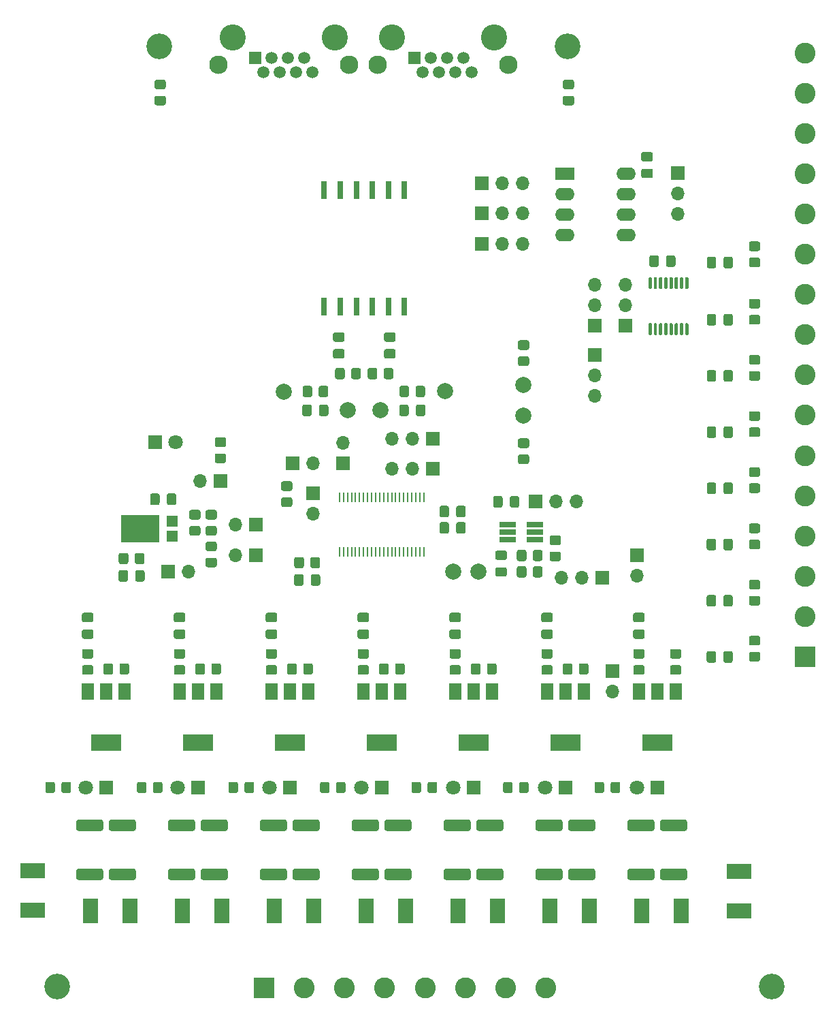
<source format=gbr>
%TF.GenerationSoftware,KiCad,Pcbnew,5.1.7-a382d34a8~87~ubuntu20.04.1*%
%TF.CreationDate,2020-11-04T11:31:22+01:00*%
%TF.ProjectId,BatteryMonitoringUnit_BMU,42617474-6572-4794-9d6f-6e69746f7269,2.0*%
%TF.SameCoordinates,Original*%
%TF.FileFunction,Soldermask,Top*%
%TF.FilePolarity,Negative*%
%FSLAX46Y46*%
G04 Gerber Fmt 4.6, Leading zero omitted, Abs format (unit mm)*
G04 Created by KiCad (PCBNEW 5.1.7-a382d34a8~87~ubuntu20.04.1) date 2020-11-04 11:31:22*
%MOMM*%
%LPD*%
G01*
G04 APERTURE LIST*
%ADD10C,1.800000*%
%ADD11R,1.800000X1.800000*%
%ADD12C,2.300000*%
%ADD13C,3.250000*%
%ADD14C,1.500000*%
%ADD15R,1.500000X1.500000*%
%ADD16O,1.700000X1.700000*%
%ADD17R,1.700000X1.700000*%
%ADD18C,2.600000*%
%ADD19R,2.600000X2.600000*%
%ADD20O,2.400000X1.600000*%
%ADD21R,2.400000X1.600000*%
%ADD22C,3.200000*%
%ADD23C,2.000000*%
%ADD24R,0.800000X2.200000*%
%ADD25R,1.500000X2.000000*%
%ADD26R,3.800000X2.000000*%
%ADD27R,3.150000X1.960000*%
%ADD28R,1.960000X3.150000*%
%ADD29R,4.860000X3.360000*%
%ADD30R,1.400000X1.390000*%
%ADD31R,2.000000X0.650000*%
%ADD32R,0.250000X1.250000*%
G04 APERTURE END LIST*
%TO.C,R111*%
G36*
G01*
X60648001Y-81007000D02*
X59747999Y-81007000D01*
G75*
G02*
X59498000Y-80757001I0J249999D01*
G01*
X59498000Y-80056999D01*
G75*
G02*
X59747999Y-79807000I249999J0D01*
G01*
X60648001Y-79807000D01*
G75*
G02*
X60898000Y-80056999I0J-249999D01*
G01*
X60898000Y-80757001D01*
G75*
G02*
X60648001Y-81007000I-249999J0D01*
G01*
G37*
G36*
G01*
X60648001Y-83007000D02*
X59747999Y-83007000D01*
G75*
G02*
X59498000Y-82757001I0J249999D01*
G01*
X59498000Y-82056999D01*
G75*
G02*
X59747999Y-81807000I249999J0D01*
G01*
X60648001Y-81807000D01*
G75*
G02*
X60898000Y-82056999I0J-249999D01*
G01*
X60898000Y-82757001D01*
G75*
G02*
X60648001Y-83007000I-249999J0D01*
G01*
G37*
%TD*%
D10*
%TO.C,D101*%
X54610000Y-80391000D03*
D11*
X52070000Y-80391000D03*
%TD*%
D12*
%TO.C,JA101*%
X79758000Y-33529000D03*
X96018000Y-33529000D03*
D13*
X94238000Y-30099000D03*
X81538000Y-30099000D03*
D14*
X91440000Y-34419000D03*
X89408000Y-34419000D03*
X87376000Y-34419000D03*
X85344000Y-34419000D03*
X90424000Y-32639000D03*
X88392000Y-32639000D03*
X86360000Y-32639000D03*
D15*
X84328000Y-32639000D03*
%TD*%
D12*
%TO.C,JB101*%
X59946000Y-33529000D03*
X76206000Y-33529000D03*
D13*
X74426000Y-30099000D03*
X61726000Y-30099000D03*
D14*
X71628000Y-34419000D03*
X69596000Y-34419000D03*
X67564000Y-34419000D03*
X65532000Y-34419000D03*
X70612000Y-32639000D03*
X68580000Y-32639000D03*
X66548000Y-32639000D03*
D15*
X64516000Y-32639000D03*
%TD*%
%TO.C,R110*%
G36*
G01*
X103955001Y-36557000D02*
X103054999Y-36557000D01*
G75*
G02*
X102805000Y-36307001I0J249999D01*
G01*
X102805000Y-35606999D01*
G75*
G02*
X103054999Y-35357000I249999J0D01*
G01*
X103955001Y-35357000D01*
G75*
G02*
X104205000Y-35606999I0J-249999D01*
G01*
X104205000Y-36307001D01*
G75*
G02*
X103955001Y-36557000I-249999J0D01*
G01*
G37*
G36*
G01*
X103955001Y-38557000D02*
X103054999Y-38557000D01*
G75*
G02*
X102805000Y-38307001I0J249999D01*
G01*
X102805000Y-37606999D01*
G75*
G02*
X103054999Y-37357000I249999J0D01*
G01*
X103955001Y-37357000D01*
G75*
G02*
X104205000Y-37606999I0J-249999D01*
G01*
X104205000Y-38307001D01*
G75*
G02*
X103955001Y-38557000I-249999J0D01*
G01*
G37*
%TD*%
%TO.C,R109*%
G36*
G01*
X53155001Y-36557000D02*
X52254999Y-36557000D01*
G75*
G02*
X52005000Y-36307001I0J249999D01*
G01*
X52005000Y-35606999D01*
G75*
G02*
X52254999Y-35357000I249999J0D01*
G01*
X53155001Y-35357000D01*
G75*
G02*
X53405000Y-35606999I0J-249999D01*
G01*
X53405000Y-36307001D01*
G75*
G02*
X53155001Y-36557000I-249999J0D01*
G01*
G37*
G36*
G01*
X53155001Y-38557000D02*
X52254999Y-38557000D01*
G75*
G02*
X52005000Y-38307001I0J249999D01*
G01*
X52005000Y-37606999D01*
G75*
G02*
X52254999Y-37357000I249999J0D01*
G01*
X53155001Y-37357000D01*
G75*
G02*
X53405000Y-37606999I0J-249999D01*
G01*
X53405000Y-38307001D01*
G75*
G02*
X53155001Y-38557000I-249999J0D01*
G01*
G37*
%TD*%
D16*
%TO.C,J1301*%
X97790000Y-48260000D03*
X95250000Y-48260000D03*
D17*
X92710000Y-48260000D03*
%TD*%
D16*
%TO.C,J1302*%
X97790000Y-51943000D03*
X95250000Y-51943000D03*
D17*
X92710000Y-51943000D03*
%TD*%
D16*
%TO.C,J1303*%
X97790000Y-55753000D03*
X95250000Y-55753000D03*
D17*
X92710000Y-55753000D03*
%TD*%
D18*
%TO.C,J111*%
X132905500Y-32061000D03*
X132905500Y-37061000D03*
X132905500Y-42061000D03*
X132905500Y-47061000D03*
X132905500Y-52061000D03*
X132905500Y-57061000D03*
X132905500Y-62061000D03*
X132905500Y-67061000D03*
X132905500Y-72061000D03*
X132905500Y-77061000D03*
X132905500Y-82061000D03*
X132905500Y-87061000D03*
X132905500Y-92061000D03*
X132905500Y-97061000D03*
X132905500Y-102061000D03*
D19*
X132905500Y-107061000D03*
%TD*%
D20*
%TO.C,U1301*%
X110680500Y-47053500D03*
X103060500Y-54673500D03*
X110680500Y-49593500D03*
X103060500Y-52133500D03*
X110680500Y-52133500D03*
X103060500Y-49593500D03*
X110680500Y-54673500D03*
D21*
X103060500Y-47053500D03*
%TD*%
%TO.C,R106*%
G36*
G01*
X57473001Y-90024000D02*
X56572999Y-90024000D01*
G75*
G02*
X56323000Y-89774001I0J249999D01*
G01*
X56323000Y-89073999D01*
G75*
G02*
X56572999Y-88824000I249999J0D01*
G01*
X57473001Y-88824000D01*
G75*
G02*
X57723000Y-89073999I0J-249999D01*
G01*
X57723000Y-89774001D01*
G75*
G02*
X57473001Y-90024000I-249999J0D01*
G01*
G37*
G36*
G01*
X57473001Y-92024000D02*
X56572999Y-92024000D01*
G75*
G02*
X56323000Y-91774001I0J249999D01*
G01*
X56323000Y-91073999D01*
G75*
G02*
X56572999Y-90824000I249999J0D01*
G01*
X57473001Y-90824000D01*
G75*
G02*
X57723000Y-91073999I0J-249999D01*
G01*
X57723000Y-91774001D01*
G75*
G02*
X57473001Y-92024000I-249999J0D01*
G01*
G37*
%TD*%
D16*
%TO.C,J1304*%
X117094000Y-52070000D03*
X117094000Y-49530000D03*
D17*
X117094000Y-46990000D03*
%TD*%
D16*
%TO.C,J301*%
X112014000Y-96964500D03*
D17*
X112014000Y-94424500D03*
%TD*%
D16*
%TO.C,J201*%
X108966000Y-111379000D03*
D17*
X108966000Y-108839000D03*
%TD*%
D18*
%TO.C,J112*%
X100659000Y-148209000D03*
X95659000Y-148209000D03*
X90659000Y-148209000D03*
X85659000Y-148209000D03*
X80659000Y-148209000D03*
X75659000Y-148209000D03*
X70659000Y-148209000D03*
D19*
X65659000Y-148209000D03*
%TD*%
D16*
%TO.C,J110*%
X102616000Y-97282000D03*
X105156000Y-97282000D03*
D17*
X107696000Y-97282000D03*
%TD*%
D16*
%TO.C,J107*%
X56261000Y-96520000D03*
D17*
X53721000Y-96520000D03*
%TD*%
%TO.C,C1301*%
G36*
G01*
X112809000Y-46424000D02*
X113759000Y-46424000D01*
G75*
G02*
X114009000Y-46674000I0J-250000D01*
G01*
X114009000Y-47349000D01*
G75*
G02*
X113759000Y-47599000I-250000J0D01*
G01*
X112809000Y-47599000D01*
G75*
G02*
X112559000Y-47349000I0J250000D01*
G01*
X112559000Y-46674000D01*
G75*
G02*
X112809000Y-46424000I250000J0D01*
G01*
G37*
G36*
G01*
X112809000Y-44349000D02*
X113759000Y-44349000D01*
G75*
G02*
X114009000Y-44599000I0J-250000D01*
G01*
X114009000Y-45274000D01*
G75*
G02*
X113759000Y-45524000I-250000J0D01*
G01*
X112809000Y-45524000D01*
G75*
G02*
X112559000Y-45274000I0J250000D01*
G01*
X112559000Y-44599000D01*
G75*
G02*
X112809000Y-44349000I250000J0D01*
G01*
G37*
%TD*%
%TO.C,C1110*%
G36*
G01*
X95308000Y-87345500D02*
X95308000Y-88295500D01*
G75*
G02*
X95058000Y-88545500I-250000J0D01*
G01*
X94383000Y-88545500D01*
G75*
G02*
X94133000Y-88295500I0J250000D01*
G01*
X94133000Y-87345500D01*
G75*
G02*
X94383000Y-87095500I250000J0D01*
G01*
X95058000Y-87095500D01*
G75*
G02*
X95308000Y-87345500I0J-250000D01*
G01*
G37*
G36*
G01*
X97383000Y-87345500D02*
X97383000Y-88295500D01*
G75*
G02*
X97133000Y-88545500I-250000J0D01*
G01*
X96458000Y-88545500D01*
G75*
G02*
X96208000Y-88295500I0J250000D01*
G01*
X96208000Y-87345500D01*
G75*
G02*
X96458000Y-87095500I250000J0D01*
G01*
X97133000Y-87095500D01*
G75*
G02*
X97383000Y-87345500I0J-250000D01*
G01*
G37*
%TD*%
D16*
%TO.C,J106*%
X57658000Y-85217000D03*
D17*
X60198000Y-85217000D03*
%TD*%
D22*
%TO.C,H104*%
X128778000Y-148082000D03*
%TD*%
%TO.C,H103*%
X103378000Y-31242000D03*
%TD*%
%TO.C,H102*%
X39878000Y-148082000D03*
%TD*%
%TO.C,H101*%
X52578000Y-31242000D03*
%TD*%
D16*
%TO.C,J109*%
X75438000Y-80518000D03*
D17*
X75438000Y-83058000D03*
%TD*%
D16*
%TO.C,J108*%
X71755000Y-89281000D03*
D17*
X71755000Y-86741000D03*
%TD*%
D16*
%TO.C,J105*%
X71755000Y-83058000D03*
D17*
X69215000Y-83058000D03*
%TD*%
%TO.C,R1202*%
G36*
G01*
X76473000Y-72332001D02*
X76473000Y-71431999D01*
G75*
G02*
X76722999Y-71182000I249999J0D01*
G01*
X77423001Y-71182000D01*
G75*
G02*
X77673000Y-71431999I0J-249999D01*
G01*
X77673000Y-72332001D01*
G75*
G02*
X77423001Y-72582000I-249999J0D01*
G01*
X76722999Y-72582000D01*
G75*
G02*
X76473000Y-72332001I0J249999D01*
G01*
G37*
G36*
G01*
X74473000Y-72332001D02*
X74473000Y-71431999D01*
G75*
G02*
X74722999Y-71182000I249999J0D01*
G01*
X75423001Y-71182000D01*
G75*
G02*
X75673000Y-71431999I0J-249999D01*
G01*
X75673000Y-72332001D01*
G75*
G02*
X75423001Y-72582000I-249999J0D01*
G01*
X74722999Y-72582000D01*
G75*
G02*
X74473000Y-72332001I0J249999D01*
G01*
G37*
%TD*%
D23*
%TO.C,TP104*%
X76073000Y-76454000D03*
%TD*%
%TO.C,TP103*%
X68072000Y-74104500D03*
%TD*%
%TO.C,TP102*%
X88138000Y-74041000D03*
%TD*%
%TO.C,TP101*%
X80137000Y-76454000D03*
%TD*%
D24*
%TO.C,T1201*%
X73105000Y-49099500D03*
X75105000Y-49099500D03*
X77105000Y-49099500D03*
X79105000Y-49099500D03*
X81105000Y-49099500D03*
X83105000Y-49099500D03*
X83105000Y-63549500D03*
X81105000Y-63549500D03*
X79105000Y-63549500D03*
X77105000Y-63549500D03*
X75105000Y-63549500D03*
X73105000Y-63549500D03*
%TD*%
%TO.C,R1204*%
G36*
G01*
X84474000Y-74554501D02*
X84474000Y-73654499D01*
G75*
G02*
X84723999Y-73404500I249999J0D01*
G01*
X85424001Y-73404500D01*
G75*
G02*
X85674000Y-73654499I0J-249999D01*
G01*
X85674000Y-74554501D01*
G75*
G02*
X85424001Y-74804500I-249999J0D01*
G01*
X84723999Y-74804500D01*
G75*
G02*
X84474000Y-74554501I0J249999D01*
G01*
G37*
G36*
G01*
X82474000Y-74554501D02*
X82474000Y-73654499D01*
G75*
G02*
X82723999Y-73404500I249999J0D01*
G01*
X83424001Y-73404500D01*
G75*
G02*
X83674000Y-73654499I0J-249999D01*
G01*
X83674000Y-74554501D01*
G75*
G02*
X83424001Y-74804500I-249999J0D01*
G01*
X82723999Y-74804500D01*
G75*
G02*
X82474000Y-74554501I0J249999D01*
G01*
G37*
%TD*%
%TO.C,R1203*%
G36*
G01*
X80521000Y-72332001D02*
X80521000Y-71431999D01*
G75*
G02*
X80770999Y-71182000I249999J0D01*
G01*
X81471001Y-71182000D01*
G75*
G02*
X81721000Y-71431999I0J-249999D01*
G01*
X81721000Y-72332001D01*
G75*
G02*
X81471001Y-72582000I-249999J0D01*
G01*
X80770999Y-72582000D01*
G75*
G02*
X80521000Y-72332001I0J249999D01*
G01*
G37*
G36*
G01*
X78521000Y-72332001D02*
X78521000Y-71431999D01*
G75*
G02*
X78770999Y-71182000I249999J0D01*
G01*
X79471001Y-71182000D01*
G75*
G02*
X79721000Y-71431999I0J-249999D01*
G01*
X79721000Y-72332001D01*
G75*
G02*
X79471001Y-72582000I-249999J0D01*
G01*
X78770999Y-72582000D01*
G75*
G02*
X78521000Y-72332001I0J249999D01*
G01*
G37*
%TD*%
%TO.C,R1201*%
G36*
G01*
X72425000Y-74554501D02*
X72425000Y-73654499D01*
G75*
G02*
X72674999Y-73404500I249999J0D01*
G01*
X73375001Y-73404500D01*
G75*
G02*
X73625000Y-73654499I0J-249999D01*
G01*
X73625000Y-74554501D01*
G75*
G02*
X73375001Y-74804500I-249999J0D01*
G01*
X72674999Y-74804500D01*
G75*
G02*
X72425000Y-74554501I0J249999D01*
G01*
G37*
G36*
G01*
X70425000Y-74554501D02*
X70425000Y-73654499D01*
G75*
G02*
X70674999Y-73404500I249999J0D01*
G01*
X71375001Y-73404500D01*
G75*
G02*
X71625000Y-73654499I0J-249999D01*
G01*
X71625000Y-74554501D01*
G75*
G02*
X71375001Y-74804500I-249999J0D01*
G01*
X70674999Y-74804500D01*
G75*
G02*
X70425000Y-74554501I0J249999D01*
G01*
G37*
%TD*%
%TO.C,C1204*%
G36*
G01*
X81755000Y-67939500D02*
X80805000Y-67939500D01*
G75*
G02*
X80555000Y-67689500I0J250000D01*
G01*
X80555000Y-67014500D01*
G75*
G02*
X80805000Y-66764500I250000J0D01*
G01*
X81755000Y-66764500D01*
G75*
G02*
X82005000Y-67014500I0J-250000D01*
G01*
X82005000Y-67689500D01*
G75*
G02*
X81755000Y-67939500I-250000J0D01*
G01*
G37*
G36*
G01*
X81755000Y-70014500D02*
X80805000Y-70014500D01*
G75*
G02*
X80555000Y-69764500I0J250000D01*
G01*
X80555000Y-69089500D01*
G75*
G02*
X80805000Y-68839500I250000J0D01*
G01*
X81755000Y-68839500D01*
G75*
G02*
X82005000Y-69089500I0J-250000D01*
G01*
X82005000Y-69764500D01*
G75*
G02*
X81755000Y-70014500I-250000J0D01*
G01*
G37*
%TD*%
%TO.C,C1203*%
G36*
G01*
X74455000Y-68839500D02*
X75405000Y-68839500D01*
G75*
G02*
X75655000Y-69089500I0J-250000D01*
G01*
X75655000Y-69764500D01*
G75*
G02*
X75405000Y-70014500I-250000J0D01*
G01*
X74455000Y-70014500D01*
G75*
G02*
X74205000Y-69764500I0J250000D01*
G01*
X74205000Y-69089500D01*
G75*
G02*
X74455000Y-68839500I250000J0D01*
G01*
G37*
G36*
G01*
X74455000Y-66764500D02*
X75405000Y-66764500D01*
G75*
G02*
X75655000Y-67014500I0J-250000D01*
G01*
X75655000Y-67689500D01*
G75*
G02*
X75405000Y-67939500I-250000J0D01*
G01*
X74455000Y-67939500D01*
G75*
G02*
X74205000Y-67689500I0J250000D01*
G01*
X74205000Y-67014500D01*
G75*
G02*
X74455000Y-66764500I250000J0D01*
G01*
G37*
%TD*%
%TO.C,C1202*%
G36*
G01*
X84524000Y-76929000D02*
X84524000Y-75979000D01*
G75*
G02*
X84774000Y-75729000I250000J0D01*
G01*
X85449000Y-75729000D01*
G75*
G02*
X85699000Y-75979000I0J-250000D01*
G01*
X85699000Y-76929000D01*
G75*
G02*
X85449000Y-77179000I-250000J0D01*
G01*
X84774000Y-77179000D01*
G75*
G02*
X84524000Y-76929000I0J250000D01*
G01*
G37*
G36*
G01*
X82449000Y-76929000D02*
X82449000Y-75979000D01*
G75*
G02*
X82699000Y-75729000I250000J0D01*
G01*
X83374000Y-75729000D01*
G75*
G02*
X83624000Y-75979000I0J-250000D01*
G01*
X83624000Y-76929000D01*
G75*
G02*
X83374000Y-77179000I-250000J0D01*
G01*
X82699000Y-77179000D01*
G75*
G02*
X82449000Y-76929000I0J250000D01*
G01*
G37*
%TD*%
%TO.C,C1201*%
G36*
G01*
X71559000Y-75979000D02*
X71559000Y-76929000D01*
G75*
G02*
X71309000Y-77179000I-250000J0D01*
G01*
X70634000Y-77179000D01*
G75*
G02*
X70384000Y-76929000I0J250000D01*
G01*
X70384000Y-75979000D01*
G75*
G02*
X70634000Y-75729000I250000J0D01*
G01*
X71309000Y-75729000D01*
G75*
G02*
X71559000Y-75979000I0J-250000D01*
G01*
G37*
G36*
G01*
X73634000Y-75979000D02*
X73634000Y-76929000D01*
G75*
G02*
X73384000Y-77179000I-250000J0D01*
G01*
X72709000Y-77179000D01*
G75*
G02*
X72459000Y-76929000I0J250000D01*
G01*
X72459000Y-75979000D01*
G75*
G02*
X72709000Y-75729000I250000J0D01*
G01*
X73384000Y-75729000D01*
G75*
G02*
X73634000Y-75979000I0J-250000D01*
G01*
G37*
%TD*%
%TO.C,C401*%
G36*
G01*
X44163000Y-102779500D02*
X43213000Y-102779500D01*
G75*
G02*
X42963000Y-102529500I0J250000D01*
G01*
X42963000Y-101854500D01*
G75*
G02*
X43213000Y-101604500I250000J0D01*
G01*
X44163000Y-101604500D01*
G75*
G02*
X44413000Y-101854500I0J-250000D01*
G01*
X44413000Y-102529500D01*
G75*
G02*
X44163000Y-102779500I-250000J0D01*
G01*
G37*
G36*
G01*
X44163000Y-104854500D02*
X43213000Y-104854500D01*
G75*
G02*
X42963000Y-104604500I0J250000D01*
G01*
X42963000Y-103929500D01*
G75*
G02*
X43213000Y-103679500I250000J0D01*
G01*
X44163000Y-103679500D01*
G75*
G02*
X44413000Y-103929500I0J-250000D01*
G01*
X44413000Y-104604500D01*
G75*
G02*
X44163000Y-104854500I-250000J0D01*
G01*
G37*
%TD*%
D25*
%TO.C,Q401*%
X48274000Y-111404000D03*
X43674000Y-111404000D03*
X45974000Y-111404000D03*
D26*
X45974000Y-117704000D03*
%TD*%
%TO.C,R401*%
G36*
G01*
X43237999Y-108112000D02*
X44138001Y-108112000D01*
G75*
G02*
X44388000Y-108361999I0J-249999D01*
G01*
X44388000Y-109062001D01*
G75*
G02*
X44138001Y-109312000I-249999J0D01*
G01*
X43237999Y-109312000D01*
G75*
G02*
X42988000Y-109062001I0J249999D01*
G01*
X42988000Y-108361999D01*
G75*
G02*
X43237999Y-108112000I249999J0D01*
G01*
G37*
G36*
G01*
X43237999Y-106112000D02*
X44138001Y-106112000D01*
G75*
G02*
X44388000Y-106361999I0J-249999D01*
G01*
X44388000Y-107062001D01*
G75*
G02*
X44138001Y-107312000I-249999J0D01*
G01*
X43237999Y-107312000D01*
G75*
G02*
X42988000Y-107062001I0J249999D01*
G01*
X42988000Y-106361999D01*
G75*
G02*
X43237999Y-106112000I249999J0D01*
G01*
G37*
%TD*%
%TO.C,R503*%
G36*
G01*
X56797001Y-128714000D02*
X53946999Y-128714000D01*
G75*
G02*
X53697000Y-128464001I0J249999D01*
G01*
X53697000Y-127563999D01*
G75*
G02*
X53946999Y-127314000I249999J0D01*
G01*
X56797001Y-127314000D01*
G75*
G02*
X57047000Y-127563999I0J-249999D01*
G01*
X57047000Y-128464001D01*
G75*
G02*
X56797001Y-128714000I-249999J0D01*
G01*
G37*
G36*
G01*
X56797001Y-134814000D02*
X53946999Y-134814000D01*
G75*
G02*
X53697000Y-134564001I0J249999D01*
G01*
X53697000Y-133663999D01*
G75*
G02*
X53946999Y-133414000I249999J0D01*
G01*
X56797001Y-133414000D01*
G75*
G02*
X57047000Y-133663999I0J-249999D01*
G01*
X57047000Y-134564001D01*
G75*
G02*
X56797001Y-134814000I-249999J0D01*
G01*
G37*
%TD*%
%TO.C,R502*%
G36*
G01*
X58010999Y-133414000D02*
X60861001Y-133414000D01*
G75*
G02*
X61111000Y-133663999I0J-249999D01*
G01*
X61111000Y-134564001D01*
G75*
G02*
X60861001Y-134814000I-249999J0D01*
G01*
X58010999Y-134814000D01*
G75*
G02*
X57761000Y-134564001I0J249999D01*
G01*
X57761000Y-133663999D01*
G75*
G02*
X58010999Y-133414000I249999J0D01*
G01*
G37*
G36*
G01*
X58010999Y-127314000D02*
X60861001Y-127314000D01*
G75*
G02*
X61111000Y-127563999I0J-249999D01*
G01*
X61111000Y-128464001D01*
G75*
G02*
X60861001Y-128714000I-249999J0D01*
G01*
X58010999Y-128714000D01*
G75*
G02*
X57761000Y-128464001I0J249999D01*
G01*
X57761000Y-127563999D01*
G75*
G02*
X58010999Y-127314000I249999J0D01*
G01*
G37*
%TD*%
%TO.C,R404*%
G36*
G01*
X46844000Y-108134999D02*
X46844000Y-109035001D01*
G75*
G02*
X46594001Y-109285000I-249999J0D01*
G01*
X45893999Y-109285000D01*
G75*
G02*
X45644000Y-109035001I0J249999D01*
G01*
X45644000Y-108134999D01*
G75*
G02*
X45893999Y-107885000I249999J0D01*
G01*
X46594001Y-107885000D01*
G75*
G02*
X46844000Y-108134999I0J-249999D01*
G01*
G37*
G36*
G01*
X48844000Y-108134999D02*
X48844000Y-109035001D01*
G75*
G02*
X48594001Y-109285000I-249999J0D01*
G01*
X47893999Y-109285000D01*
G75*
G02*
X47644000Y-109035001I0J249999D01*
G01*
X47644000Y-108134999D01*
G75*
G02*
X47893999Y-107885000I249999J0D01*
G01*
X48594001Y-107885000D01*
G75*
G02*
X48844000Y-108134999I0J-249999D01*
G01*
G37*
%TD*%
%TO.C,R102*%
G36*
G01*
X58604999Y-94761000D02*
X59505001Y-94761000D01*
G75*
G02*
X59755000Y-95010999I0J-249999D01*
G01*
X59755000Y-95711001D01*
G75*
G02*
X59505001Y-95961000I-249999J0D01*
G01*
X58604999Y-95961000D01*
G75*
G02*
X58355000Y-95711001I0J249999D01*
G01*
X58355000Y-95010999D01*
G75*
G02*
X58604999Y-94761000I249999J0D01*
G01*
G37*
G36*
G01*
X58604999Y-92761000D02*
X59505001Y-92761000D01*
G75*
G02*
X59755000Y-93010999I0J-249999D01*
G01*
X59755000Y-93711001D01*
G75*
G02*
X59505001Y-93961000I-249999J0D01*
G01*
X58604999Y-93961000D01*
G75*
G02*
X58355000Y-93711001I0J249999D01*
G01*
X58355000Y-93010999D01*
G75*
G02*
X58604999Y-92761000I249999J0D01*
G01*
G37*
%TD*%
%TO.C,R103*%
G36*
G01*
X58604999Y-90824000D02*
X59505001Y-90824000D01*
G75*
G02*
X59755000Y-91073999I0J-249999D01*
G01*
X59755000Y-91774001D01*
G75*
G02*
X59505001Y-92024000I-249999J0D01*
G01*
X58604999Y-92024000D01*
G75*
G02*
X58355000Y-91774001I0J249999D01*
G01*
X58355000Y-91073999D01*
G75*
G02*
X58604999Y-90824000I249999J0D01*
G01*
G37*
G36*
G01*
X58604999Y-88824000D02*
X59505001Y-88824000D01*
G75*
G02*
X59755000Y-89073999I0J-249999D01*
G01*
X59755000Y-89774001D01*
G75*
G02*
X59505001Y-90024000I-249999J0D01*
G01*
X58604999Y-90024000D01*
G75*
G02*
X58355000Y-89774001I0J249999D01*
G01*
X58355000Y-89073999D01*
G75*
G02*
X58604999Y-88824000I249999J0D01*
G01*
G37*
%TD*%
D16*
%TO.C,J103*%
X62103000Y-94488000D03*
D17*
X64643000Y-94488000D03*
%TD*%
D16*
%TO.C,J104*%
X62103000Y-90678000D03*
D17*
X64643000Y-90678000D03*
%TD*%
D25*
%TO.C,Q1001*%
X116854000Y-111404000D03*
X112254000Y-111404000D03*
X114554000Y-111404000D03*
D26*
X114554000Y-117704000D03*
%TD*%
D25*
%TO.C,Q901*%
X105424000Y-111404000D03*
X100824000Y-111404000D03*
X103124000Y-111404000D03*
D26*
X103124000Y-117704000D03*
%TD*%
D25*
%TO.C,Q801*%
X93994000Y-111404000D03*
X89394000Y-111404000D03*
X91694000Y-111404000D03*
D26*
X91694000Y-117704000D03*
%TD*%
D25*
%TO.C,Q701*%
X82564000Y-111404000D03*
X77964000Y-111404000D03*
X80264000Y-111404000D03*
D26*
X80264000Y-117704000D03*
%TD*%
D25*
%TO.C,Q601*%
X71134000Y-111404000D03*
X66534000Y-111404000D03*
X68834000Y-111404000D03*
D26*
X68834000Y-117704000D03*
%TD*%
D25*
%TO.C,Q501*%
X59704000Y-111404000D03*
X55104000Y-111404000D03*
X57404000Y-111404000D03*
D26*
X57404000Y-117704000D03*
%TD*%
D17*
%TO.C,J1104*%
X99441000Y-87757000D03*
D16*
X101981000Y-87757000D03*
X104521000Y-87757000D03*
%TD*%
%TO.C,J1103*%
X106807000Y-74676000D03*
X106807000Y-72136000D03*
D17*
X106807000Y-69596000D03*
%TD*%
D16*
%TO.C,J1102*%
X106807000Y-60833000D03*
X106807000Y-63373000D03*
D17*
X106807000Y-65913000D03*
%TD*%
D16*
%TO.C,J1101*%
X110617000Y-60833000D03*
X110617000Y-63373000D03*
D17*
X110617000Y-65913000D03*
%TD*%
D16*
%TO.C,J102*%
X81534000Y-83693000D03*
X84074000Y-83693000D03*
D17*
X86614000Y-83693000D03*
%TD*%
D16*
%TO.C,J101*%
X81534000Y-80010000D03*
X84074000Y-80010000D03*
D17*
X86614000Y-80010000D03*
%TD*%
D27*
%TO.C,F209*%
X124714000Y-133774000D03*
X124714000Y-138684000D03*
%TD*%
D28*
%TO.C,F208*%
X112649000Y-138684000D03*
X117559000Y-138684000D03*
%TD*%
%TO.C,F207*%
X101219000Y-138684000D03*
X106129000Y-138684000D03*
%TD*%
%TO.C,F206*%
X89789000Y-138684000D03*
X94699000Y-138684000D03*
%TD*%
%TO.C,F205*%
X78359000Y-138684000D03*
X83269000Y-138684000D03*
%TD*%
%TO.C,F204*%
X66929000Y-138684000D03*
X71839000Y-138684000D03*
%TD*%
%TO.C,F203*%
X55499000Y-138684000D03*
X60409000Y-138684000D03*
%TD*%
%TO.C,F202*%
X44069000Y-138684000D03*
X48979000Y-138684000D03*
%TD*%
D27*
%TO.C,F201*%
X36830000Y-133689000D03*
X36830000Y-138599000D03*
%TD*%
%TO.C,R1101*%
G36*
G01*
X127107101Y-105667100D02*
X126207099Y-105667100D01*
G75*
G02*
X125957100Y-105417101I0J249999D01*
G01*
X125957100Y-104717099D01*
G75*
G02*
X126207099Y-104467100I249999J0D01*
G01*
X127107101Y-104467100D01*
G75*
G02*
X127357100Y-104717099I0J-249999D01*
G01*
X127357100Y-105417101D01*
G75*
G02*
X127107101Y-105667100I-249999J0D01*
G01*
G37*
G36*
G01*
X127107101Y-107667100D02*
X126207099Y-107667100D01*
G75*
G02*
X125957100Y-107417101I0J249999D01*
G01*
X125957100Y-106717099D01*
G75*
G02*
X126207099Y-106467100I249999J0D01*
G01*
X127107101Y-106467100D01*
G75*
G02*
X127357100Y-106717099I0J-249999D01*
G01*
X127357100Y-107417101D01*
G75*
G02*
X127107101Y-107667100I-249999J0D01*
G01*
G37*
%TD*%
%TO.C,R1005*%
G36*
G01*
X108747000Y-123767001D02*
X108747000Y-122866999D01*
G75*
G02*
X108996999Y-122617000I249999J0D01*
G01*
X109697001Y-122617000D01*
G75*
G02*
X109947000Y-122866999I0J-249999D01*
G01*
X109947000Y-123767001D01*
G75*
G02*
X109697001Y-124017000I-249999J0D01*
G01*
X108996999Y-124017000D01*
G75*
G02*
X108747000Y-123767001I0J249999D01*
G01*
G37*
G36*
G01*
X106747000Y-123767001D02*
X106747000Y-122866999D01*
G75*
G02*
X106996999Y-122617000I249999J0D01*
G01*
X107697001Y-122617000D01*
G75*
G02*
X107947000Y-122866999I0J-249999D01*
G01*
X107947000Y-123767001D01*
G75*
G02*
X107697001Y-124017000I-249999J0D01*
G01*
X106996999Y-124017000D01*
G75*
G02*
X106747000Y-123767001I0J249999D01*
G01*
G37*
%TD*%
%TO.C,R1004*%
G36*
G01*
X117290001Y-107312000D02*
X116389999Y-107312000D01*
G75*
G02*
X116140000Y-107062001I0J249999D01*
G01*
X116140000Y-106361999D01*
G75*
G02*
X116389999Y-106112000I249999J0D01*
G01*
X117290001Y-106112000D01*
G75*
G02*
X117540000Y-106361999I0J-249999D01*
G01*
X117540000Y-107062001D01*
G75*
G02*
X117290001Y-107312000I-249999J0D01*
G01*
G37*
G36*
G01*
X117290001Y-109312000D02*
X116389999Y-109312000D01*
G75*
G02*
X116140000Y-109062001I0J249999D01*
G01*
X116140000Y-108361999D01*
G75*
G02*
X116389999Y-108112000I249999J0D01*
G01*
X117290001Y-108112000D01*
G75*
G02*
X117540000Y-108361999I0J-249999D01*
G01*
X117540000Y-109062001D01*
G75*
G02*
X117290001Y-109312000I-249999J0D01*
G01*
G37*
%TD*%
%TO.C,R1003*%
G36*
G01*
X113947001Y-128714000D02*
X111096999Y-128714000D01*
G75*
G02*
X110847000Y-128464001I0J249999D01*
G01*
X110847000Y-127563999D01*
G75*
G02*
X111096999Y-127314000I249999J0D01*
G01*
X113947001Y-127314000D01*
G75*
G02*
X114197000Y-127563999I0J-249999D01*
G01*
X114197000Y-128464001D01*
G75*
G02*
X113947001Y-128714000I-249999J0D01*
G01*
G37*
G36*
G01*
X113947001Y-134814000D02*
X111096999Y-134814000D01*
G75*
G02*
X110847000Y-134564001I0J249999D01*
G01*
X110847000Y-133663999D01*
G75*
G02*
X111096999Y-133414000I249999J0D01*
G01*
X113947001Y-133414000D01*
G75*
G02*
X114197000Y-133663999I0J-249999D01*
G01*
X114197000Y-134564001D01*
G75*
G02*
X113947001Y-134814000I-249999J0D01*
G01*
G37*
%TD*%
%TO.C,R1002*%
G36*
G01*
X115160999Y-133414000D02*
X118011001Y-133414000D01*
G75*
G02*
X118261000Y-133663999I0J-249999D01*
G01*
X118261000Y-134564001D01*
G75*
G02*
X118011001Y-134814000I-249999J0D01*
G01*
X115160999Y-134814000D01*
G75*
G02*
X114911000Y-134564001I0J249999D01*
G01*
X114911000Y-133663999D01*
G75*
G02*
X115160999Y-133414000I249999J0D01*
G01*
G37*
G36*
G01*
X115160999Y-127314000D02*
X118011001Y-127314000D01*
G75*
G02*
X118261000Y-127563999I0J-249999D01*
G01*
X118261000Y-128464001D01*
G75*
G02*
X118011001Y-128714000I-249999J0D01*
G01*
X115160999Y-128714000D01*
G75*
G02*
X114911000Y-128464001I0J249999D01*
G01*
X114911000Y-127563999D01*
G75*
G02*
X115160999Y-127314000I249999J0D01*
G01*
G37*
%TD*%
%TO.C,R905*%
G36*
G01*
X97359330Y-123767001D02*
X97359330Y-122866999D01*
G75*
G02*
X97609329Y-122617000I249999J0D01*
G01*
X98309331Y-122617000D01*
G75*
G02*
X98559330Y-122866999I0J-249999D01*
G01*
X98559330Y-123767001D01*
G75*
G02*
X98309331Y-124017000I-249999J0D01*
G01*
X97609329Y-124017000D01*
G75*
G02*
X97359330Y-123767001I0J249999D01*
G01*
G37*
G36*
G01*
X95359330Y-123767001D02*
X95359330Y-122866999D01*
G75*
G02*
X95609329Y-122617000I249999J0D01*
G01*
X96309331Y-122617000D01*
G75*
G02*
X96559330Y-122866999I0J-249999D01*
G01*
X96559330Y-123767001D01*
G75*
G02*
X96309331Y-124017000I-249999J0D01*
G01*
X95609329Y-124017000D01*
G75*
G02*
X95359330Y-123767001I0J249999D01*
G01*
G37*
%TD*%
%TO.C,R904*%
G36*
G01*
X103994000Y-108134999D02*
X103994000Y-109035001D01*
G75*
G02*
X103744001Y-109285000I-249999J0D01*
G01*
X103043999Y-109285000D01*
G75*
G02*
X102794000Y-109035001I0J249999D01*
G01*
X102794000Y-108134999D01*
G75*
G02*
X103043999Y-107885000I249999J0D01*
G01*
X103744001Y-107885000D01*
G75*
G02*
X103994000Y-108134999I0J-249999D01*
G01*
G37*
G36*
G01*
X105994000Y-108134999D02*
X105994000Y-109035001D01*
G75*
G02*
X105744001Y-109285000I-249999J0D01*
G01*
X105043999Y-109285000D01*
G75*
G02*
X104794000Y-109035001I0J249999D01*
G01*
X104794000Y-108134999D01*
G75*
G02*
X105043999Y-107885000I249999J0D01*
G01*
X105744001Y-107885000D01*
G75*
G02*
X105994000Y-108134999I0J-249999D01*
G01*
G37*
%TD*%
%TO.C,R903*%
G36*
G01*
X102517001Y-128714000D02*
X99666999Y-128714000D01*
G75*
G02*
X99417000Y-128464001I0J249999D01*
G01*
X99417000Y-127563999D01*
G75*
G02*
X99666999Y-127314000I249999J0D01*
G01*
X102517001Y-127314000D01*
G75*
G02*
X102767000Y-127563999I0J-249999D01*
G01*
X102767000Y-128464001D01*
G75*
G02*
X102517001Y-128714000I-249999J0D01*
G01*
G37*
G36*
G01*
X102517001Y-134814000D02*
X99666999Y-134814000D01*
G75*
G02*
X99417000Y-134564001I0J249999D01*
G01*
X99417000Y-133663999D01*
G75*
G02*
X99666999Y-133414000I249999J0D01*
G01*
X102517001Y-133414000D01*
G75*
G02*
X102767000Y-133663999I0J-249999D01*
G01*
X102767000Y-134564001D01*
G75*
G02*
X102517001Y-134814000I-249999J0D01*
G01*
G37*
%TD*%
%TO.C,R902*%
G36*
G01*
X103730999Y-133414000D02*
X106581001Y-133414000D01*
G75*
G02*
X106831000Y-133663999I0J-249999D01*
G01*
X106831000Y-134564001D01*
G75*
G02*
X106581001Y-134814000I-249999J0D01*
G01*
X103730999Y-134814000D01*
G75*
G02*
X103481000Y-134564001I0J249999D01*
G01*
X103481000Y-133663999D01*
G75*
G02*
X103730999Y-133414000I249999J0D01*
G01*
G37*
G36*
G01*
X103730999Y-127314000D02*
X106581001Y-127314000D01*
G75*
G02*
X106831000Y-127563999I0J-249999D01*
G01*
X106831000Y-128464001D01*
G75*
G02*
X106581001Y-128714000I-249999J0D01*
G01*
X103730999Y-128714000D01*
G75*
G02*
X103481000Y-128464001I0J249999D01*
G01*
X103481000Y-127563999D01*
G75*
G02*
X103730999Y-127314000I249999J0D01*
G01*
G37*
%TD*%
%TO.C,R805*%
G36*
G01*
X85971664Y-123767001D02*
X85971664Y-122866999D01*
G75*
G02*
X86221663Y-122617000I249999J0D01*
G01*
X86921665Y-122617000D01*
G75*
G02*
X87171664Y-122866999I0J-249999D01*
G01*
X87171664Y-123767001D01*
G75*
G02*
X86921665Y-124017000I-249999J0D01*
G01*
X86221663Y-124017000D01*
G75*
G02*
X85971664Y-123767001I0J249999D01*
G01*
G37*
G36*
G01*
X83971664Y-123767001D02*
X83971664Y-122866999D01*
G75*
G02*
X84221663Y-122617000I249999J0D01*
G01*
X84921665Y-122617000D01*
G75*
G02*
X85171664Y-122866999I0J-249999D01*
G01*
X85171664Y-123767001D01*
G75*
G02*
X84921665Y-124017000I-249999J0D01*
G01*
X84221663Y-124017000D01*
G75*
G02*
X83971664Y-123767001I0J249999D01*
G01*
G37*
%TD*%
%TO.C,R804*%
G36*
G01*
X92564000Y-108134999D02*
X92564000Y-109035001D01*
G75*
G02*
X92314001Y-109285000I-249999J0D01*
G01*
X91613999Y-109285000D01*
G75*
G02*
X91364000Y-109035001I0J249999D01*
G01*
X91364000Y-108134999D01*
G75*
G02*
X91613999Y-107885000I249999J0D01*
G01*
X92314001Y-107885000D01*
G75*
G02*
X92564000Y-108134999I0J-249999D01*
G01*
G37*
G36*
G01*
X94564000Y-108134999D02*
X94564000Y-109035001D01*
G75*
G02*
X94314001Y-109285000I-249999J0D01*
G01*
X93613999Y-109285000D01*
G75*
G02*
X93364000Y-109035001I0J249999D01*
G01*
X93364000Y-108134999D01*
G75*
G02*
X93613999Y-107885000I249999J0D01*
G01*
X94314001Y-107885000D01*
G75*
G02*
X94564000Y-108134999I0J-249999D01*
G01*
G37*
%TD*%
%TO.C,R803*%
G36*
G01*
X91087001Y-128714000D02*
X88236999Y-128714000D01*
G75*
G02*
X87987000Y-128464001I0J249999D01*
G01*
X87987000Y-127563999D01*
G75*
G02*
X88236999Y-127314000I249999J0D01*
G01*
X91087001Y-127314000D01*
G75*
G02*
X91337000Y-127563999I0J-249999D01*
G01*
X91337000Y-128464001D01*
G75*
G02*
X91087001Y-128714000I-249999J0D01*
G01*
G37*
G36*
G01*
X91087001Y-134814000D02*
X88236999Y-134814000D01*
G75*
G02*
X87987000Y-134564001I0J249999D01*
G01*
X87987000Y-133663999D01*
G75*
G02*
X88236999Y-133414000I249999J0D01*
G01*
X91087001Y-133414000D01*
G75*
G02*
X91337000Y-133663999I0J-249999D01*
G01*
X91337000Y-134564001D01*
G75*
G02*
X91087001Y-134814000I-249999J0D01*
G01*
G37*
%TD*%
%TO.C,R802*%
G36*
G01*
X92300999Y-133414000D02*
X95151001Y-133414000D01*
G75*
G02*
X95401000Y-133663999I0J-249999D01*
G01*
X95401000Y-134564001D01*
G75*
G02*
X95151001Y-134814000I-249999J0D01*
G01*
X92300999Y-134814000D01*
G75*
G02*
X92051000Y-134564001I0J249999D01*
G01*
X92051000Y-133663999D01*
G75*
G02*
X92300999Y-133414000I249999J0D01*
G01*
G37*
G36*
G01*
X92300999Y-127314000D02*
X95151001Y-127314000D01*
G75*
G02*
X95401000Y-127563999I0J-249999D01*
G01*
X95401000Y-128464001D01*
G75*
G02*
X95151001Y-128714000I-249999J0D01*
G01*
X92300999Y-128714000D01*
G75*
G02*
X92051000Y-128464001I0J249999D01*
G01*
X92051000Y-127563999D01*
G75*
G02*
X92300999Y-127314000I249999J0D01*
G01*
G37*
%TD*%
%TO.C,R705*%
G36*
G01*
X74583998Y-123767001D02*
X74583998Y-122866999D01*
G75*
G02*
X74833997Y-122617000I249999J0D01*
G01*
X75533999Y-122617000D01*
G75*
G02*
X75783998Y-122866999I0J-249999D01*
G01*
X75783998Y-123767001D01*
G75*
G02*
X75533999Y-124017000I-249999J0D01*
G01*
X74833997Y-124017000D01*
G75*
G02*
X74583998Y-123767001I0J249999D01*
G01*
G37*
G36*
G01*
X72583998Y-123767001D02*
X72583998Y-122866999D01*
G75*
G02*
X72833997Y-122617000I249999J0D01*
G01*
X73533999Y-122617000D01*
G75*
G02*
X73783998Y-122866999I0J-249999D01*
G01*
X73783998Y-123767001D01*
G75*
G02*
X73533999Y-124017000I-249999J0D01*
G01*
X72833997Y-124017000D01*
G75*
G02*
X72583998Y-123767001I0J249999D01*
G01*
G37*
%TD*%
%TO.C,R704*%
G36*
G01*
X81134000Y-108134999D02*
X81134000Y-109035001D01*
G75*
G02*
X80884001Y-109285000I-249999J0D01*
G01*
X80183999Y-109285000D01*
G75*
G02*
X79934000Y-109035001I0J249999D01*
G01*
X79934000Y-108134999D01*
G75*
G02*
X80183999Y-107885000I249999J0D01*
G01*
X80884001Y-107885000D01*
G75*
G02*
X81134000Y-108134999I0J-249999D01*
G01*
G37*
G36*
G01*
X83134000Y-108134999D02*
X83134000Y-109035001D01*
G75*
G02*
X82884001Y-109285000I-249999J0D01*
G01*
X82183999Y-109285000D01*
G75*
G02*
X81934000Y-109035001I0J249999D01*
G01*
X81934000Y-108134999D01*
G75*
G02*
X82183999Y-107885000I249999J0D01*
G01*
X82884001Y-107885000D01*
G75*
G02*
X83134000Y-108134999I0J-249999D01*
G01*
G37*
%TD*%
%TO.C,R703*%
G36*
G01*
X79657001Y-128714000D02*
X76806999Y-128714000D01*
G75*
G02*
X76557000Y-128464001I0J249999D01*
G01*
X76557000Y-127563999D01*
G75*
G02*
X76806999Y-127314000I249999J0D01*
G01*
X79657001Y-127314000D01*
G75*
G02*
X79907000Y-127563999I0J-249999D01*
G01*
X79907000Y-128464001D01*
G75*
G02*
X79657001Y-128714000I-249999J0D01*
G01*
G37*
G36*
G01*
X79657001Y-134814000D02*
X76806999Y-134814000D01*
G75*
G02*
X76557000Y-134564001I0J249999D01*
G01*
X76557000Y-133663999D01*
G75*
G02*
X76806999Y-133414000I249999J0D01*
G01*
X79657001Y-133414000D01*
G75*
G02*
X79907000Y-133663999I0J-249999D01*
G01*
X79907000Y-134564001D01*
G75*
G02*
X79657001Y-134814000I-249999J0D01*
G01*
G37*
%TD*%
%TO.C,R702*%
G36*
G01*
X80870999Y-133414000D02*
X83721001Y-133414000D01*
G75*
G02*
X83971000Y-133663999I0J-249999D01*
G01*
X83971000Y-134564001D01*
G75*
G02*
X83721001Y-134814000I-249999J0D01*
G01*
X80870999Y-134814000D01*
G75*
G02*
X80621000Y-134564001I0J249999D01*
G01*
X80621000Y-133663999D01*
G75*
G02*
X80870999Y-133414000I249999J0D01*
G01*
G37*
G36*
G01*
X80870999Y-127314000D02*
X83721001Y-127314000D01*
G75*
G02*
X83971000Y-127563999I0J-249999D01*
G01*
X83971000Y-128464001D01*
G75*
G02*
X83721001Y-128714000I-249999J0D01*
G01*
X80870999Y-128714000D01*
G75*
G02*
X80621000Y-128464001I0J249999D01*
G01*
X80621000Y-127563999D01*
G75*
G02*
X80870999Y-127314000I249999J0D01*
G01*
G37*
%TD*%
%TO.C,R605*%
G36*
G01*
X63196332Y-123767001D02*
X63196332Y-122866999D01*
G75*
G02*
X63446331Y-122617000I249999J0D01*
G01*
X64146333Y-122617000D01*
G75*
G02*
X64396332Y-122866999I0J-249999D01*
G01*
X64396332Y-123767001D01*
G75*
G02*
X64146333Y-124017000I-249999J0D01*
G01*
X63446331Y-124017000D01*
G75*
G02*
X63196332Y-123767001I0J249999D01*
G01*
G37*
G36*
G01*
X61196332Y-123767001D02*
X61196332Y-122866999D01*
G75*
G02*
X61446331Y-122617000I249999J0D01*
G01*
X62146333Y-122617000D01*
G75*
G02*
X62396332Y-122866999I0J-249999D01*
G01*
X62396332Y-123767001D01*
G75*
G02*
X62146333Y-124017000I-249999J0D01*
G01*
X61446331Y-124017000D01*
G75*
G02*
X61196332Y-123767001I0J249999D01*
G01*
G37*
%TD*%
%TO.C,R604*%
G36*
G01*
X69704000Y-108134999D02*
X69704000Y-109035001D01*
G75*
G02*
X69454001Y-109285000I-249999J0D01*
G01*
X68753999Y-109285000D01*
G75*
G02*
X68504000Y-109035001I0J249999D01*
G01*
X68504000Y-108134999D01*
G75*
G02*
X68753999Y-107885000I249999J0D01*
G01*
X69454001Y-107885000D01*
G75*
G02*
X69704000Y-108134999I0J-249999D01*
G01*
G37*
G36*
G01*
X71704000Y-108134999D02*
X71704000Y-109035001D01*
G75*
G02*
X71454001Y-109285000I-249999J0D01*
G01*
X70753999Y-109285000D01*
G75*
G02*
X70504000Y-109035001I0J249999D01*
G01*
X70504000Y-108134999D01*
G75*
G02*
X70753999Y-107885000I249999J0D01*
G01*
X71454001Y-107885000D01*
G75*
G02*
X71704000Y-108134999I0J-249999D01*
G01*
G37*
%TD*%
%TO.C,R603*%
G36*
G01*
X68227001Y-128714000D02*
X65376999Y-128714000D01*
G75*
G02*
X65127000Y-128464001I0J249999D01*
G01*
X65127000Y-127563999D01*
G75*
G02*
X65376999Y-127314000I249999J0D01*
G01*
X68227001Y-127314000D01*
G75*
G02*
X68477000Y-127563999I0J-249999D01*
G01*
X68477000Y-128464001D01*
G75*
G02*
X68227001Y-128714000I-249999J0D01*
G01*
G37*
G36*
G01*
X68227001Y-134814000D02*
X65376999Y-134814000D01*
G75*
G02*
X65127000Y-134564001I0J249999D01*
G01*
X65127000Y-133663999D01*
G75*
G02*
X65376999Y-133414000I249999J0D01*
G01*
X68227001Y-133414000D01*
G75*
G02*
X68477000Y-133663999I0J-249999D01*
G01*
X68477000Y-134564001D01*
G75*
G02*
X68227001Y-134814000I-249999J0D01*
G01*
G37*
%TD*%
%TO.C,R602*%
G36*
G01*
X69440999Y-133414000D02*
X72291001Y-133414000D01*
G75*
G02*
X72541000Y-133663999I0J-249999D01*
G01*
X72541000Y-134564001D01*
G75*
G02*
X72291001Y-134814000I-249999J0D01*
G01*
X69440999Y-134814000D01*
G75*
G02*
X69191000Y-134564001I0J249999D01*
G01*
X69191000Y-133663999D01*
G75*
G02*
X69440999Y-133414000I249999J0D01*
G01*
G37*
G36*
G01*
X69440999Y-127314000D02*
X72291001Y-127314000D01*
G75*
G02*
X72541000Y-127563999I0J-249999D01*
G01*
X72541000Y-128464001D01*
G75*
G02*
X72291001Y-128714000I-249999J0D01*
G01*
X69440999Y-128714000D01*
G75*
G02*
X69191000Y-128464001I0J249999D01*
G01*
X69191000Y-127563999D01*
G75*
G02*
X69440999Y-127314000I249999J0D01*
G01*
G37*
%TD*%
%TO.C,R505*%
G36*
G01*
X51808666Y-123767001D02*
X51808666Y-122866999D01*
G75*
G02*
X52058665Y-122617000I249999J0D01*
G01*
X52758667Y-122617000D01*
G75*
G02*
X53008666Y-122866999I0J-249999D01*
G01*
X53008666Y-123767001D01*
G75*
G02*
X52758667Y-124017000I-249999J0D01*
G01*
X52058665Y-124017000D01*
G75*
G02*
X51808666Y-123767001I0J249999D01*
G01*
G37*
G36*
G01*
X49808666Y-123767001D02*
X49808666Y-122866999D01*
G75*
G02*
X50058665Y-122617000I249999J0D01*
G01*
X50758667Y-122617000D01*
G75*
G02*
X51008666Y-122866999I0J-249999D01*
G01*
X51008666Y-123767001D01*
G75*
G02*
X50758667Y-124017000I-249999J0D01*
G01*
X50058665Y-124017000D01*
G75*
G02*
X49808666Y-123767001I0J249999D01*
G01*
G37*
%TD*%
%TO.C,R504*%
G36*
G01*
X58274000Y-108134999D02*
X58274000Y-109035001D01*
G75*
G02*
X58024001Y-109285000I-249999J0D01*
G01*
X57323999Y-109285000D01*
G75*
G02*
X57074000Y-109035001I0J249999D01*
G01*
X57074000Y-108134999D01*
G75*
G02*
X57323999Y-107885000I249999J0D01*
G01*
X58024001Y-107885000D01*
G75*
G02*
X58274000Y-108134999I0J-249999D01*
G01*
G37*
G36*
G01*
X60274000Y-108134999D02*
X60274000Y-109035001D01*
G75*
G02*
X60024001Y-109285000I-249999J0D01*
G01*
X59323999Y-109285000D01*
G75*
G02*
X59074000Y-109035001I0J249999D01*
G01*
X59074000Y-108134999D01*
G75*
G02*
X59323999Y-107885000I249999J0D01*
G01*
X60024001Y-107885000D01*
G75*
G02*
X60274000Y-108134999I0J-249999D01*
G01*
G37*
%TD*%
%TO.C,R405*%
G36*
G01*
X40421000Y-123767001D02*
X40421000Y-122866999D01*
G75*
G02*
X40670999Y-122617000I249999J0D01*
G01*
X41371001Y-122617000D01*
G75*
G02*
X41621000Y-122866999I0J-249999D01*
G01*
X41621000Y-123767001D01*
G75*
G02*
X41371001Y-124017000I-249999J0D01*
G01*
X40670999Y-124017000D01*
G75*
G02*
X40421000Y-123767001I0J249999D01*
G01*
G37*
G36*
G01*
X38421000Y-123767001D02*
X38421000Y-122866999D01*
G75*
G02*
X38670999Y-122617000I249999J0D01*
G01*
X39371001Y-122617000D01*
G75*
G02*
X39621000Y-122866999I0J-249999D01*
G01*
X39621000Y-123767001D01*
G75*
G02*
X39371001Y-124017000I-249999J0D01*
G01*
X38670999Y-124017000D01*
G75*
G02*
X38421000Y-123767001I0J249999D01*
G01*
G37*
%TD*%
%TO.C,R403*%
G36*
G01*
X45367001Y-128714000D02*
X42516999Y-128714000D01*
G75*
G02*
X42267000Y-128464001I0J249999D01*
G01*
X42267000Y-127563999D01*
G75*
G02*
X42516999Y-127314000I249999J0D01*
G01*
X45367001Y-127314000D01*
G75*
G02*
X45617000Y-127563999I0J-249999D01*
G01*
X45617000Y-128464001D01*
G75*
G02*
X45367001Y-128714000I-249999J0D01*
G01*
G37*
G36*
G01*
X45367001Y-134814000D02*
X42516999Y-134814000D01*
G75*
G02*
X42267000Y-134564001I0J249999D01*
G01*
X42267000Y-133663999D01*
G75*
G02*
X42516999Y-133414000I249999J0D01*
G01*
X45367001Y-133414000D01*
G75*
G02*
X45617000Y-133663999I0J-249999D01*
G01*
X45617000Y-134564001D01*
G75*
G02*
X45367001Y-134814000I-249999J0D01*
G01*
G37*
%TD*%
%TO.C,R402*%
G36*
G01*
X46580999Y-133414000D02*
X49431001Y-133414000D01*
G75*
G02*
X49681000Y-133663999I0J-249999D01*
G01*
X49681000Y-134564001D01*
G75*
G02*
X49431001Y-134814000I-249999J0D01*
G01*
X46580999Y-134814000D01*
G75*
G02*
X46331000Y-134564001I0J249999D01*
G01*
X46331000Y-133663999D01*
G75*
G02*
X46580999Y-133414000I249999J0D01*
G01*
G37*
G36*
G01*
X46580999Y-127314000D02*
X49431001Y-127314000D01*
G75*
G02*
X49681000Y-127563999I0J-249999D01*
G01*
X49681000Y-128464001D01*
G75*
G02*
X49431001Y-128714000I-249999J0D01*
G01*
X46580999Y-128714000D01*
G75*
G02*
X46331000Y-128464001I0J249999D01*
G01*
X46331000Y-127563999D01*
G75*
G02*
X46580999Y-127314000I249999J0D01*
G01*
G37*
%TD*%
%TO.C,R105*%
G36*
G01*
X98367001Y-68942000D02*
X97466999Y-68942000D01*
G75*
G02*
X97217000Y-68692001I0J249999D01*
G01*
X97217000Y-67991999D01*
G75*
G02*
X97466999Y-67742000I249999J0D01*
G01*
X98367001Y-67742000D01*
G75*
G02*
X98617000Y-67991999I0J-249999D01*
G01*
X98617000Y-68692001D01*
G75*
G02*
X98367001Y-68942000I-249999J0D01*
G01*
G37*
G36*
G01*
X98367001Y-70942000D02*
X97466999Y-70942000D01*
G75*
G02*
X97217000Y-70692001I0J249999D01*
G01*
X97217000Y-69991999D01*
G75*
G02*
X97466999Y-69742000I249999J0D01*
G01*
X98367001Y-69742000D01*
G75*
G02*
X98617000Y-69991999I0J-249999D01*
G01*
X98617000Y-70692001D01*
G75*
G02*
X98367001Y-70942000I-249999J0D01*
G01*
G37*
%TD*%
%TO.C,R104*%
G36*
G01*
X97466999Y-81934000D02*
X98367001Y-81934000D01*
G75*
G02*
X98617000Y-82183999I0J-249999D01*
G01*
X98617000Y-82884001D01*
G75*
G02*
X98367001Y-83134000I-249999J0D01*
G01*
X97466999Y-83134000D01*
G75*
G02*
X97217000Y-82884001I0J249999D01*
G01*
X97217000Y-82183999D01*
G75*
G02*
X97466999Y-81934000I249999J0D01*
G01*
G37*
G36*
G01*
X97466999Y-79934000D02*
X98367001Y-79934000D01*
G75*
G02*
X98617000Y-80183999I0J-249999D01*
G01*
X98617000Y-80884001D01*
G75*
G02*
X98367001Y-81134000I-249999J0D01*
G01*
X97466999Y-81134000D01*
G75*
G02*
X97217000Y-80884001I0J249999D01*
G01*
X97217000Y-80183999D01*
G75*
G02*
X97466999Y-79934000I249999J0D01*
G01*
G37*
%TD*%
D29*
%TO.C,Q101*%
X50216000Y-91186000D03*
D30*
X54198000Y-90266000D03*
X54198000Y-92106000D03*
%TD*%
D10*
%TO.C,D1001*%
X112014000Y-123317000D03*
D11*
X114554000Y-123317000D03*
%TD*%
D10*
%TO.C,D901*%
X100584000Y-123317000D03*
D11*
X103124000Y-123317000D03*
%TD*%
D10*
%TO.C,D801*%
X89154000Y-123317000D03*
D11*
X91694000Y-123317000D03*
%TD*%
D10*
%TO.C,D701*%
X77724000Y-123317000D03*
D11*
X80264000Y-123317000D03*
%TD*%
D10*
%TO.C,D601*%
X66294000Y-123317000D03*
D11*
X68834000Y-123317000D03*
%TD*%
D10*
%TO.C,D501*%
X54864000Y-123317000D03*
D11*
X57404000Y-123317000D03*
%TD*%
D10*
%TO.C,D401*%
X43434000Y-123317000D03*
D11*
X45974000Y-123317000D03*
%TD*%
%TO.C,C1111*%
G36*
G01*
X95598000Y-97129000D02*
X94648000Y-97129000D01*
G75*
G02*
X94398000Y-96879000I0J250000D01*
G01*
X94398000Y-96204000D01*
G75*
G02*
X94648000Y-95954000I250000J0D01*
G01*
X95598000Y-95954000D01*
G75*
G02*
X95848000Y-96204000I0J-250000D01*
G01*
X95848000Y-96879000D01*
G75*
G02*
X95598000Y-97129000I-250000J0D01*
G01*
G37*
G36*
G01*
X95598000Y-95054000D02*
X94648000Y-95054000D01*
G75*
G02*
X94398000Y-94804000I0J250000D01*
G01*
X94398000Y-94129000D01*
G75*
G02*
X94648000Y-93879000I250000J0D01*
G01*
X95598000Y-93879000D01*
G75*
G02*
X95848000Y-94129000I0J-250000D01*
G01*
X95848000Y-94804000D01*
G75*
G02*
X95598000Y-95054000I-250000J0D01*
G01*
G37*
%TD*%
%TO.C,C1109*%
G36*
G01*
X115639000Y-58387000D02*
X115639000Y-57437000D01*
G75*
G02*
X115889000Y-57187000I250000J0D01*
G01*
X116564000Y-57187000D01*
G75*
G02*
X116814000Y-57437000I0J-250000D01*
G01*
X116814000Y-58387000D01*
G75*
G02*
X116564000Y-58637000I-250000J0D01*
G01*
X115889000Y-58637000D01*
G75*
G02*
X115639000Y-58387000I0J250000D01*
G01*
G37*
G36*
G01*
X113564000Y-58387000D02*
X113564000Y-57437000D01*
G75*
G02*
X113814000Y-57187000I250000J0D01*
G01*
X114489000Y-57187000D01*
G75*
G02*
X114739000Y-57437000I0J-250000D01*
G01*
X114739000Y-58387000D01*
G75*
G02*
X114489000Y-58637000I-250000J0D01*
G01*
X113814000Y-58637000D01*
G75*
G02*
X113564000Y-58387000I0J250000D01*
G01*
G37*
%TD*%
D31*
%TO.C,U1102*%
X95914900Y-90629700D03*
X95914900Y-91579700D03*
X95914900Y-92529700D03*
X99334900Y-92529700D03*
X99334900Y-91579700D03*
X99334900Y-90629700D03*
%TD*%
%TO.C,U1101*%
G36*
G01*
X113776000Y-61375000D02*
X113576000Y-61375000D01*
G75*
G02*
X113476000Y-61275000I0J100000D01*
G01*
X113476000Y-60000000D01*
G75*
G02*
X113576000Y-59900000I100000J0D01*
G01*
X113776000Y-59900000D01*
G75*
G02*
X113876000Y-60000000I0J-100000D01*
G01*
X113876000Y-61275000D01*
G75*
G02*
X113776000Y-61375000I-100000J0D01*
G01*
G37*
G36*
G01*
X114426000Y-61375000D02*
X114226000Y-61375000D01*
G75*
G02*
X114126000Y-61275000I0J100000D01*
G01*
X114126000Y-60000000D01*
G75*
G02*
X114226000Y-59900000I100000J0D01*
G01*
X114426000Y-59900000D01*
G75*
G02*
X114526000Y-60000000I0J-100000D01*
G01*
X114526000Y-61275000D01*
G75*
G02*
X114426000Y-61375000I-100000J0D01*
G01*
G37*
G36*
G01*
X115076000Y-61375000D02*
X114876000Y-61375000D01*
G75*
G02*
X114776000Y-61275000I0J100000D01*
G01*
X114776000Y-60000000D01*
G75*
G02*
X114876000Y-59900000I100000J0D01*
G01*
X115076000Y-59900000D01*
G75*
G02*
X115176000Y-60000000I0J-100000D01*
G01*
X115176000Y-61275000D01*
G75*
G02*
X115076000Y-61375000I-100000J0D01*
G01*
G37*
G36*
G01*
X115726000Y-61375000D02*
X115526000Y-61375000D01*
G75*
G02*
X115426000Y-61275000I0J100000D01*
G01*
X115426000Y-60000000D01*
G75*
G02*
X115526000Y-59900000I100000J0D01*
G01*
X115726000Y-59900000D01*
G75*
G02*
X115826000Y-60000000I0J-100000D01*
G01*
X115826000Y-61275000D01*
G75*
G02*
X115726000Y-61375000I-100000J0D01*
G01*
G37*
G36*
G01*
X116376000Y-61375000D02*
X116176000Y-61375000D01*
G75*
G02*
X116076000Y-61275000I0J100000D01*
G01*
X116076000Y-60000000D01*
G75*
G02*
X116176000Y-59900000I100000J0D01*
G01*
X116376000Y-59900000D01*
G75*
G02*
X116476000Y-60000000I0J-100000D01*
G01*
X116476000Y-61275000D01*
G75*
G02*
X116376000Y-61375000I-100000J0D01*
G01*
G37*
G36*
G01*
X117026000Y-61375000D02*
X116826000Y-61375000D01*
G75*
G02*
X116726000Y-61275000I0J100000D01*
G01*
X116726000Y-60000000D01*
G75*
G02*
X116826000Y-59900000I100000J0D01*
G01*
X117026000Y-59900000D01*
G75*
G02*
X117126000Y-60000000I0J-100000D01*
G01*
X117126000Y-61275000D01*
G75*
G02*
X117026000Y-61375000I-100000J0D01*
G01*
G37*
G36*
G01*
X117676000Y-61375000D02*
X117476000Y-61375000D01*
G75*
G02*
X117376000Y-61275000I0J100000D01*
G01*
X117376000Y-60000000D01*
G75*
G02*
X117476000Y-59900000I100000J0D01*
G01*
X117676000Y-59900000D01*
G75*
G02*
X117776000Y-60000000I0J-100000D01*
G01*
X117776000Y-61275000D01*
G75*
G02*
X117676000Y-61375000I-100000J0D01*
G01*
G37*
G36*
G01*
X118326000Y-61375000D02*
X118126000Y-61375000D01*
G75*
G02*
X118026000Y-61275000I0J100000D01*
G01*
X118026000Y-60000000D01*
G75*
G02*
X118126000Y-59900000I100000J0D01*
G01*
X118326000Y-59900000D01*
G75*
G02*
X118426000Y-60000000I0J-100000D01*
G01*
X118426000Y-61275000D01*
G75*
G02*
X118326000Y-61375000I-100000J0D01*
G01*
G37*
G36*
G01*
X118326000Y-67100000D02*
X118126000Y-67100000D01*
G75*
G02*
X118026000Y-67000000I0J100000D01*
G01*
X118026000Y-65725000D01*
G75*
G02*
X118126000Y-65625000I100000J0D01*
G01*
X118326000Y-65625000D01*
G75*
G02*
X118426000Y-65725000I0J-100000D01*
G01*
X118426000Y-67000000D01*
G75*
G02*
X118326000Y-67100000I-100000J0D01*
G01*
G37*
G36*
G01*
X117676000Y-67100000D02*
X117476000Y-67100000D01*
G75*
G02*
X117376000Y-67000000I0J100000D01*
G01*
X117376000Y-65725000D01*
G75*
G02*
X117476000Y-65625000I100000J0D01*
G01*
X117676000Y-65625000D01*
G75*
G02*
X117776000Y-65725000I0J-100000D01*
G01*
X117776000Y-67000000D01*
G75*
G02*
X117676000Y-67100000I-100000J0D01*
G01*
G37*
G36*
G01*
X117026000Y-67100000D02*
X116826000Y-67100000D01*
G75*
G02*
X116726000Y-67000000I0J100000D01*
G01*
X116726000Y-65725000D01*
G75*
G02*
X116826000Y-65625000I100000J0D01*
G01*
X117026000Y-65625000D01*
G75*
G02*
X117126000Y-65725000I0J-100000D01*
G01*
X117126000Y-67000000D01*
G75*
G02*
X117026000Y-67100000I-100000J0D01*
G01*
G37*
G36*
G01*
X116376000Y-67100000D02*
X116176000Y-67100000D01*
G75*
G02*
X116076000Y-67000000I0J100000D01*
G01*
X116076000Y-65725000D01*
G75*
G02*
X116176000Y-65625000I100000J0D01*
G01*
X116376000Y-65625000D01*
G75*
G02*
X116476000Y-65725000I0J-100000D01*
G01*
X116476000Y-67000000D01*
G75*
G02*
X116376000Y-67100000I-100000J0D01*
G01*
G37*
G36*
G01*
X115726000Y-67100000D02*
X115526000Y-67100000D01*
G75*
G02*
X115426000Y-67000000I0J100000D01*
G01*
X115426000Y-65725000D01*
G75*
G02*
X115526000Y-65625000I100000J0D01*
G01*
X115726000Y-65625000D01*
G75*
G02*
X115826000Y-65725000I0J-100000D01*
G01*
X115826000Y-67000000D01*
G75*
G02*
X115726000Y-67100000I-100000J0D01*
G01*
G37*
G36*
G01*
X115076000Y-67100000D02*
X114876000Y-67100000D01*
G75*
G02*
X114776000Y-67000000I0J100000D01*
G01*
X114776000Y-65725000D01*
G75*
G02*
X114876000Y-65625000I100000J0D01*
G01*
X115076000Y-65625000D01*
G75*
G02*
X115176000Y-65725000I0J-100000D01*
G01*
X115176000Y-67000000D01*
G75*
G02*
X115076000Y-67100000I-100000J0D01*
G01*
G37*
G36*
G01*
X114426000Y-67100000D02*
X114226000Y-67100000D01*
G75*
G02*
X114126000Y-67000000I0J100000D01*
G01*
X114126000Y-65725000D01*
G75*
G02*
X114226000Y-65625000I100000J0D01*
G01*
X114426000Y-65625000D01*
G75*
G02*
X114526000Y-65725000I0J-100000D01*
G01*
X114526000Y-67000000D01*
G75*
G02*
X114426000Y-67100000I-100000J0D01*
G01*
G37*
G36*
G01*
X113776000Y-67100000D02*
X113576000Y-67100000D01*
G75*
G02*
X113476000Y-67000000I0J100000D01*
G01*
X113476000Y-65725000D01*
G75*
G02*
X113576000Y-65625000I100000J0D01*
G01*
X113776000Y-65625000D01*
G75*
G02*
X113876000Y-65725000I0J-100000D01*
G01*
X113876000Y-67000000D01*
G75*
G02*
X113776000Y-67100000I-100000J0D01*
G01*
G37*
%TD*%
D32*
%TO.C,U101*%
X75014000Y-87303000D03*
X75514000Y-87303000D03*
X76014000Y-87303000D03*
X76514000Y-87303000D03*
X77014000Y-87303000D03*
X77514000Y-87303000D03*
X78014000Y-87303000D03*
X78514000Y-87303000D03*
X79014000Y-87303000D03*
X79514000Y-87303000D03*
X80014000Y-87303000D03*
X80514000Y-87303000D03*
X81014000Y-87303000D03*
X81514000Y-87303000D03*
X82014000Y-87303000D03*
X82514000Y-87303000D03*
X83014000Y-87303000D03*
X83514000Y-87303000D03*
X84014000Y-87303000D03*
X84514000Y-87303000D03*
X85014000Y-87303000D03*
X85514000Y-87303000D03*
X85514000Y-94053000D03*
X85014000Y-94053000D03*
X84514000Y-94053000D03*
X84014000Y-94053000D03*
X83514000Y-94053000D03*
X83014000Y-94053000D03*
X82514000Y-94053000D03*
X82014000Y-94053000D03*
X81514000Y-94053000D03*
X81014000Y-94053000D03*
X80514000Y-94053000D03*
X80014000Y-94053000D03*
X79514000Y-94053000D03*
X79014000Y-94053000D03*
X78514000Y-94053000D03*
X78014000Y-94053000D03*
X77514000Y-94053000D03*
X77014000Y-94053000D03*
X76514000Y-94053000D03*
X76014000Y-94053000D03*
X75514000Y-94053000D03*
X75014000Y-94053000D03*
%TD*%
D23*
%TO.C,TP108*%
X92329000Y-96520000D03*
%TD*%
%TO.C,TP107*%
X89154000Y-96520000D03*
%TD*%
%TO.C,TP106*%
X97917000Y-77089000D03*
%TD*%
%TO.C,TP105*%
X97917000Y-73279000D03*
%TD*%
%TO.C,R1111*%
G36*
G01*
X97079000Y-96970001D02*
X97079000Y-96069999D01*
G75*
G02*
X97328999Y-95820000I249999J0D01*
G01*
X98029001Y-95820000D01*
G75*
G02*
X98279000Y-96069999I0J-249999D01*
G01*
X98279000Y-96970001D01*
G75*
G02*
X98029001Y-97220000I-249999J0D01*
G01*
X97328999Y-97220000D01*
G75*
G02*
X97079000Y-96970001I0J249999D01*
G01*
G37*
G36*
G01*
X99079000Y-96970001D02*
X99079000Y-96069999D01*
G75*
G02*
X99328999Y-95820000I249999J0D01*
G01*
X100029001Y-95820000D01*
G75*
G02*
X100279000Y-96069999I0J-249999D01*
G01*
X100279000Y-96970001D01*
G75*
G02*
X100029001Y-97220000I-249999J0D01*
G01*
X99328999Y-97220000D01*
G75*
G02*
X99079000Y-96970001I0J249999D01*
G01*
G37*
%TD*%
%TO.C,R1110*%
G36*
G01*
X97079000Y-94938001D02*
X97079000Y-94037999D01*
G75*
G02*
X97328999Y-93788000I249999J0D01*
G01*
X98029001Y-93788000D01*
G75*
G02*
X98279000Y-94037999I0J-249999D01*
G01*
X98279000Y-94938001D01*
G75*
G02*
X98029001Y-95188000I-249999J0D01*
G01*
X97328999Y-95188000D01*
G75*
G02*
X97079000Y-94938001I0J249999D01*
G01*
G37*
G36*
G01*
X99079000Y-94938001D02*
X99079000Y-94037999D01*
G75*
G02*
X99328999Y-93788000I249999J0D01*
G01*
X100029001Y-93788000D01*
G75*
G02*
X100279000Y-94037999I0J-249999D01*
G01*
X100279000Y-94938001D01*
G75*
G02*
X100029001Y-95188000I-249999J0D01*
G01*
X99328999Y-95188000D01*
G75*
G02*
X99079000Y-94938001I0J249999D01*
G01*
G37*
%TD*%
%TO.C,R1109*%
G36*
G01*
X101403999Y-91999000D02*
X102304001Y-91999000D01*
G75*
G02*
X102554000Y-92248999I0J-249999D01*
G01*
X102554000Y-92949001D01*
G75*
G02*
X102304001Y-93199000I-249999J0D01*
G01*
X101403999Y-93199000D01*
G75*
G02*
X101154000Y-92949001I0J249999D01*
G01*
X101154000Y-92248999D01*
G75*
G02*
X101403999Y-91999000I249999J0D01*
G01*
G37*
G36*
G01*
X101403999Y-93999000D02*
X102304001Y-93999000D01*
G75*
G02*
X102554000Y-94248999I0J-249999D01*
G01*
X102554000Y-94949001D01*
G75*
G02*
X102304001Y-95199000I-249999J0D01*
G01*
X101403999Y-95199000D01*
G75*
G02*
X101154000Y-94949001I0J249999D01*
G01*
X101154000Y-94248999D01*
G75*
G02*
X101403999Y-93999000I249999J0D01*
G01*
G37*
%TD*%
%TO.C,R1108*%
G36*
G01*
X127107101Y-56661100D02*
X126207099Y-56661100D01*
G75*
G02*
X125957100Y-56411101I0J249999D01*
G01*
X125957100Y-55711099D01*
G75*
G02*
X126207099Y-55461100I249999J0D01*
G01*
X127107101Y-55461100D01*
G75*
G02*
X127357100Y-55711099I0J-249999D01*
G01*
X127357100Y-56411101D01*
G75*
G02*
X127107101Y-56661100I-249999J0D01*
G01*
G37*
G36*
G01*
X127107101Y-58661100D02*
X126207099Y-58661100D01*
G75*
G02*
X125957100Y-58411101I0J249999D01*
G01*
X125957100Y-57711099D01*
G75*
G02*
X126207099Y-57461100I249999J0D01*
G01*
X127107101Y-57461100D01*
G75*
G02*
X127357100Y-57711099I0J-249999D01*
G01*
X127357100Y-58411101D01*
G75*
G02*
X127107101Y-58661100I-249999J0D01*
G01*
G37*
%TD*%
%TO.C,R1107*%
G36*
G01*
X127107101Y-63789100D02*
X126207099Y-63789100D01*
G75*
G02*
X125957100Y-63539101I0J249999D01*
G01*
X125957100Y-62839099D01*
G75*
G02*
X126207099Y-62589100I249999J0D01*
G01*
X127107101Y-62589100D01*
G75*
G02*
X127357100Y-62839099I0J-249999D01*
G01*
X127357100Y-63539101D01*
G75*
G02*
X127107101Y-63789100I-249999J0D01*
G01*
G37*
G36*
G01*
X127107101Y-65789100D02*
X126207099Y-65789100D01*
G75*
G02*
X125957100Y-65539101I0J249999D01*
G01*
X125957100Y-64839099D01*
G75*
G02*
X126207099Y-64589100I249999J0D01*
G01*
X127107101Y-64589100D01*
G75*
G02*
X127357100Y-64839099I0J-249999D01*
G01*
X127357100Y-65539101D01*
G75*
G02*
X127107101Y-65789100I-249999J0D01*
G01*
G37*
%TD*%
%TO.C,R1106*%
G36*
G01*
X127107101Y-70774100D02*
X126207099Y-70774100D01*
G75*
G02*
X125957100Y-70524101I0J249999D01*
G01*
X125957100Y-69824099D01*
G75*
G02*
X126207099Y-69574100I249999J0D01*
G01*
X127107101Y-69574100D01*
G75*
G02*
X127357100Y-69824099I0J-249999D01*
G01*
X127357100Y-70524101D01*
G75*
G02*
X127107101Y-70774100I-249999J0D01*
G01*
G37*
G36*
G01*
X127107101Y-72774100D02*
X126207099Y-72774100D01*
G75*
G02*
X125957100Y-72524101I0J249999D01*
G01*
X125957100Y-71824099D01*
G75*
G02*
X126207099Y-71574100I249999J0D01*
G01*
X127107101Y-71574100D01*
G75*
G02*
X127357100Y-71824099I0J-249999D01*
G01*
X127357100Y-72524101D01*
G75*
G02*
X127107101Y-72774100I-249999J0D01*
G01*
G37*
%TD*%
%TO.C,R1105*%
G36*
G01*
X127107101Y-77759100D02*
X126207099Y-77759100D01*
G75*
G02*
X125957100Y-77509101I0J249999D01*
G01*
X125957100Y-76809099D01*
G75*
G02*
X126207099Y-76559100I249999J0D01*
G01*
X127107101Y-76559100D01*
G75*
G02*
X127357100Y-76809099I0J-249999D01*
G01*
X127357100Y-77509101D01*
G75*
G02*
X127107101Y-77759100I-249999J0D01*
G01*
G37*
G36*
G01*
X127107101Y-79759100D02*
X126207099Y-79759100D01*
G75*
G02*
X125957100Y-79509101I0J249999D01*
G01*
X125957100Y-78809099D01*
G75*
G02*
X126207099Y-78559100I249999J0D01*
G01*
X127107101Y-78559100D01*
G75*
G02*
X127357100Y-78809099I0J-249999D01*
G01*
X127357100Y-79509101D01*
G75*
G02*
X127107101Y-79759100I-249999J0D01*
G01*
G37*
%TD*%
%TO.C,R1104*%
G36*
G01*
X127107101Y-84728100D02*
X126207099Y-84728100D01*
G75*
G02*
X125957100Y-84478101I0J249999D01*
G01*
X125957100Y-83778099D01*
G75*
G02*
X126207099Y-83528100I249999J0D01*
G01*
X127107101Y-83528100D01*
G75*
G02*
X127357100Y-83778099I0J-249999D01*
G01*
X127357100Y-84478101D01*
G75*
G02*
X127107101Y-84728100I-249999J0D01*
G01*
G37*
G36*
G01*
X127107101Y-86728100D02*
X126207099Y-86728100D01*
G75*
G02*
X125957100Y-86478101I0J249999D01*
G01*
X125957100Y-85778099D01*
G75*
G02*
X126207099Y-85528100I249999J0D01*
G01*
X127107101Y-85528100D01*
G75*
G02*
X127357100Y-85778099I0J-249999D01*
G01*
X127357100Y-86478101D01*
G75*
G02*
X127107101Y-86728100I-249999J0D01*
G01*
G37*
%TD*%
%TO.C,R1103*%
G36*
G01*
X127107101Y-91713100D02*
X126207099Y-91713100D01*
G75*
G02*
X125957100Y-91463101I0J249999D01*
G01*
X125957100Y-90763099D01*
G75*
G02*
X126207099Y-90513100I249999J0D01*
G01*
X127107101Y-90513100D01*
G75*
G02*
X127357100Y-90763099I0J-249999D01*
G01*
X127357100Y-91463101D01*
G75*
G02*
X127107101Y-91713100I-249999J0D01*
G01*
G37*
G36*
G01*
X127107101Y-93713100D02*
X126207099Y-93713100D01*
G75*
G02*
X125957100Y-93463101I0J249999D01*
G01*
X125957100Y-92763099D01*
G75*
G02*
X126207099Y-92513100I249999J0D01*
G01*
X127107101Y-92513100D01*
G75*
G02*
X127357100Y-92763099I0J-249999D01*
G01*
X127357100Y-93463101D01*
G75*
G02*
X127107101Y-93713100I-249999J0D01*
G01*
G37*
%TD*%
%TO.C,R1102*%
G36*
G01*
X127107101Y-98714100D02*
X126207099Y-98714100D01*
G75*
G02*
X125957100Y-98464101I0J249999D01*
G01*
X125957100Y-97764099D01*
G75*
G02*
X126207099Y-97514100I249999J0D01*
G01*
X127107101Y-97514100D01*
G75*
G02*
X127357100Y-97764099I0J-249999D01*
G01*
X127357100Y-98464101D01*
G75*
G02*
X127107101Y-98714100I-249999J0D01*
G01*
G37*
G36*
G01*
X127107101Y-100714100D02*
X126207099Y-100714100D01*
G75*
G02*
X125957100Y-100464101I0J249999D01*
G01*
X125957100Y-99764099D01*
G75*
G02*
X126207099Y-99514100I249999J0D01*
G01*
X127107101Y-99514100D01*
G75*
G02*
X127357100Y-99764099I0J-249999D01*
G01*
X127357100Y-100464101D01*
G75*
G02*
X127107101Y-100714100I-249999J0D01*
G01*
G37*
%TD*%
%TO.C,R1001*%
G36*
G01*
X111817999Y-108112000D02*
X112718001Y-108112000D01*
G75*
G02*
X112968000Y-108361999I0J-249999D01*
G01*
X112968000Y-109062001D01*
G75*
G02*
X112718001Y-109312000I-249999J0D01*
G01*
X111817999Y-109312000D01*
G75*
G02*
X111568000Y-109062001I0J249999D01*
G01*
X111568000Y-108361999D01*
G75*
G02*
X111817999Y-108112000I249999J0D01*
G01*
G37*
G36*
G01*
X111817999Y-106112000D02*
X112718001Y-106112000D01*
G75*
G02*
X112968000Y-106361999I0J-249999D01*
G01*
X112968000Y-107062001D01*
G75*
G02*
X112718001Y-107312000I-249999J0D01*
G01*
X111817999Y-107312000D01*
G75*
G02*
X111568000Y-107062001I0J249999D01*
G01*
X111568000Y-106361999D01*
G75*
G02*
X111817999Y-106112000I249999J0D01*
G01*
G37*
%TD*%
%TO.C,R901*%
G36*
G01*
X100387999Y-108112000D02*
X101288001Y-108112000D01*
G75*
G02*
X101538000Y-108361999I0J-249999D01*
G01*
X101538000Y-109062001D01*
G75*
G02*
X101288001Y-109312000I-249999J0D01*
G01*
X100387999Y-109312000D01*
G75*
G02*
X100138000Y-109062001I0J249999D01*
G01*
X100138000Y-108361999D01*
G75*
G02*
X100387999Y-108112000I249999J0D01*
G01*
G37*
G36*
G01*
X100387999Y-106112000D02*
X101288001Y-106112000D01*
G75*
G02*
X101538000Y-106361999I0J-249999D01*
G01*
X101538000Y-107062001D01*
G75*
G02*
X101288001Y-107312000I-249999J0D01*
G01*
X100387999Y-107312000D01*
G75*
G02*
X100138000Y-107062001I0J249999D01*
G01*
X100138000Y-106361999D01*
G75*
G02*
X100387999Y-106112000I249999J0D01*
G01*
G37*
%TD*%
%TO.C,R801*%
G36*
G01*
X88957999Y-108112000D02*
X89858001Y-108112000D01*
G75*
G02*
X90108000Y-108361999I0J-249999D01*
G01*
X90108000Y-109062001D01*
G75*
G02*
X89858001Y-109312000I-249999J0D01*
G01*
X88957999Y-109312000D01*
G75*
G02*
X88708000Y-109062001I0J249999D01*
G01*
X88708000Y-108361999D01*
G75*
G02*
X88957999Y-108112000I249999J0D01*
G01*
G37*
G36*
G01*
X88957999Y-106112000D02*
X89858001Y-106112000D01*
G75*
G02*
X90108000Y-106361999I0J-249999D01*
G01*
X90108000Y-107062001D01*
G75*
G02*
X89858001Y-107312000I-249999J0D01*
G01*
X88957999Y-107312000D01*
G75*
G02*
X88708000Y-107062001I0J249999D01*
G01*
X88708000Y-106361999D01*
G75*
G02*
X88957999Y-106112000I249999J0D01*
G01*
G37*
%TD*%
%TO.C,R701*%
G36*
G01*
X77527999Y-108112000D02*
X78428001Y-108112000D01*
G75*
G02*
X78678000Y-108361999I0J-249999D01*
G01*
X78678000Y-109062001D01*
G75*
G02*
X78428001Y-109312000I-249999J0D01*
G01*
X77527999Y-109312000D01*
G75*
G02*
X77278000Y-109062001I0J249999D01*
G01*
X77278000Y-108361999D01*
G75*
G02*
X77527999Y-108112000I249999J0D01*
G01*
G37*
G36*
G01*
X77527999Y-106112000D02*
X78428001Y-106112000D01*
G75*
G02*
X78678000Y-106361999I0J-249999D01*
G01*
X78678000Y-107062001D01*
G75*
G02*
X78428001Y-107312000I-249999J0D01*
G01*
X77527999Y-107312000D01*
G75*
G02*
X77278000Y-107062001I0J249999D01*
G01*
X77278000Y-106361999D01*
G75*
G02*
X77527999Y-106112000I249999J0D01*
G01*
G37*
%TD*%
%TO.C,R601*%
G36*
G01*
X66097999Y-108112000D02*
X66998001Y-108112000D01*
G75*
G02*
X67248000Y-108361999I0J-249999D01*
G01*
X67248000Y-109062001D01*
G75*
G02*
X66998001Y-109312000I-249999J0D01*
G01*
X66097999Y-109312000D01*
G75*
G02*
X65848000Y-109062001I0J249999D01*
G01*
X65848000Y-108361999D01*
G75*
G02*
X66097999Y-108112000I249999J0D01*
G01*
G37*
G36*
G01*
X66097999Y-106112000D02*
X66998001Y-106112000D01*
G75*
G02*
X67248000Y-106361999I0J-249999D01*
G01*
X67248000Y-107062001D01*
G75*
G02*
X66998001Y-107312000I-249999J0D01*
G01*
X66097999Y-107312000D01*
G75*
G02*
X65848000Y-107062001I0J249999D01*
G01*
X65848000Y-106361999D01*
G75*
G02*
X66097999Y-106112000I249999J0D01*
G01*
G37*
%TD*%
%TO.C,R501*%
G36*
G01*
X54667999Y-108112000D02*
X55568001Y-108112000D01*
G75*
G02*
X55818000Y-108361999I0J-249999D01*
G01*
X55818000Y-109062001D01*
G75*
G02*
X55568001Y-109312000I-249999J0D01*
G01*
X54667999Y-109312000D01*
G75*
G02*
X54418000Y-109062001I0J249999D01*
G01*
X54418000Y-108361999D01*
G75*
G02*
X54667999Y-108112000I249999J0D01*
G01*
G37*
G36*
G01*
X54667999Y-106112000D02*
X55568001Y-106112000D01*
G75*
G02*
X55818000Y-106361999I0J-249999D01*
G01*
X55818000Y-107062001D01*
G75*
G02*
X55568001Y-107312000I-249999J0D01*
G01*
X54667999Y-107312000D01*
G75*
G02*
X54418000Y-107062001I0J249999D01*
G01*
X54418000Y-106361999D01*
G75*
G02*
X54667999Y-106112000I249999J0D01*
G01*
G37*
%TD*%
%TO.C,R108*%
G36*
G01*
X70593000Y-94926999D02*
X70593000Y-95827001D01*
G75*
G02*
X70343001Y-96077000I-249999J0D01*
G01*
X69642999Y-96077000D01*
G75*
G02*
X69393000Y-95827001I0J249999D01*
G01*
X69393000Y-94926999D01*
G75*
G02*
X69642999Y-94677000I249999J0D01*
G01*
X70343001Y-94677000D01*
G75*
G02*
X70593000Y-94926999I0J-249999D01*
G01*
G37*
G36*
G01*
X72593000Y-94926999D02*
X72593000Y-95827001D01*
G75*
G02*
X72343001Y-96077000I-249999J0D01*
G01*
X71642999Y-96077000D01*
G75*
G02*
X71393000Y-95827001I0J249999D01*
G01*
X71393000Y-94926999D01*
G75*
G02*
X71642999Y-94677000I249999J0D01*
G01*
X72343001Y-94677000D01*
G75*
G02*
X72593000Y-94926999I0J-249999D01*
G01*
G37*
%TD*%
%TO.C,R107*%
G36*
G01*
X49549000Y-95319001D02*
X49549000Y-94418999D01*
G75*
G02*
X49798999Y-94169000I249999J0D01*
G01*
X50499001Y-94169000D01*
G75*
G02*
X50749000Y-94418999I0J-249999D01*
G01*
X50749000Y-95319001D01*
G75*
G02*
X50499001Y-95569000I-249999J0D01*
G01*
X49798999Y-95569000D01*
G75*
G02*
X49549000Y-95319001I0J249999D01*
G01*
G37*
G36*
G01*
X47549000Y-95319001D02*
X47549000Y-94418999D01*
G75*
G02*
X47798999Y-94169000I249999J0D01*
G01*
X48499001Y-94169000D01*
G75*
G02*
X48749000Y-94418999I0J-249999D01*
G01*
X48749000Y-95319001D01*
G75*
G02*
X48499001Y-95569000I-249999J0D01*
G01*
X47798999Y-95569000D01*
G75*
G02*
X47549000Y-95319001I0J249999D01*
G01*
G37*
%TD*%
%TO.C,R101*%
G36*
G01*
X68002999Y-87268000D02*
X68903001Y-87268000D01*
G75*
G02*
X69153000Y-87517999I0J-249999D01*
G01*
X69153000Y-88218001D01*
G75*
G02*
X68903001Y-88468000I-249999J0D01*
G01*
X68002999Y-88468000D01*
G75*
G02*
X67753000Y-88218001I0J249999D01*
G01*
X67753000Y-87517999D01*
G75*
G02*
X68002999Y-87268000I249999J0D01*
G01*
G37*
G36*
G01*
X68002999Y-85268000D02*
X68903001Y-85268000D01*
G75*
G02*
X69153000Y-85517999I0J-249999D01*
G01*
X69153000Y-86218001D01*
G75*
G02*
X68903001Y-86468000I-249999J0D01*
G01*
X68002999Y-86468000D01*
G75*
G02*
X67753000Y-86218001I0J249999D01*
G01*
X67753000Y-85517999D01*
G75*
G02*
X68002999Y-85268000I249999J0D01*
G01*
G37*
%TD*%
%TO.C,C1108*%
G36*
G01*
X121889100Y-57602100D02*
X121889100Y-58552100D01*
G75*
G02*
X121639100Y-58802100I-250000J0D01*
G01*
X120964100Y-58802100D01*
G75*
G02*
X120714100Y-58552100I0J250000D01*
G01*
X120714100Y-57602100D01*
G75*
G02*
X120964100Y-57352100I250000J0D01*
G01*
X121639100Y-57352100D01*
G75*
G02*
X121889100Y-57602100I0J-250000D01*
G01*
G37*
G36*
G01*
X123964100Y-57602100D02*
X123964100Y-58552100D01*
G75*
G02*
X123714100Y-58802100I-250000J0D01*
G01*
X123039100Y-58802100D01*
G75*
G02*
X122789100Y-58552100I0J250000D01*
G01*
X122789100Y-57602100D01*
G75*
G02*
X123039100Y-57352100I250000J0D01*
G01*
X123714100Y-57352100D01*
G75*
G02*
X123964100Y-57602100I0J-250000D01*
G01*
G37*
%TD*%
%TO.C,C1107*%
G36*
G01*
X121889100Y-64714100D02*
X121889100Y-65664100D01*
G75*
G02*
X121639100Y-65914100I-250000J0D01*
G01*
X120964100Y-65914100D01*
G75*
G02*
X120714100Y-65664100I0J250000D01*
G01*
X120714100Y-64714100D01*
G75*
G02*
X120964100Y-64464100I250000J0D01*
G01*
X121639100Y-64464100D01*
G75*
G02*
X121889100Y-64714100I0J-250000D01*
G01*
G37*
G36*
G01*
X123964100Y-64714100D02*
X123964100Y-65664100D01*
G75*
G02*
X123714100Y-65914100I-250000J0D01*
G01*
X123039100Y-65914100D01*
G75*
G02*
X122789100Y-65664100I0J250000D01*
G01*
X122789100Y-64714100D01*
G75*
G02*
X123039100Y-64464100I250000J0D01*
G01*
X123714100Y-64464100D01*
G75*
G02*
X123964100Y-64714100I0J-250000D01*
G01*
G37*
%TD*%
%TO.C,C1106*%
G36*
G01*
X121889100Y-71699100D02*
X121889100Y-72649100D01*
G75*
G02*
X121639100Y-72899100I-250000J0D01*
G01*
X120964100Y-72899100D01*
G75*
G02*
X120714100Y-72649100I0J250000D01*
G01*
X120714100Y-71699100D01*
G75*
G02*
X120964100Y-71449100I250000J0D01*
G01*
X121639100Y-71449100D01*
G75*
G02*
X121889100Y-71699100I0J-250000D01*
G01*
G37*
G36*
G01*
X123964100Y-71699100D02*
X123964100Y-72649100D01*
G75*
G02*
X123714100Y-72899100I-250000J0D01*
G01*
X123039100Y-72899100D01*
G75*
G02*
X122789100Y-72649100I0J250000D01*
G01*
X122789100Y-71699100D01*
G75*
G02*
X123039100Y-71449100I250000J0D01*
G01*
X123714100Y-71449100D01*
G75*
G02*
X123964100Y-71699100I0J-250000D01*
G01*
G37*
%TD*%
%TO.C,C1105*%
G36*
G01*
X121889100Y-78684100D02*
X121889100Y-79634100D01*
G75*
G02*
X121639100Y-79884100I-250000J0D01*
G01*
X120964100Y-79884100D01*
G75*
G02*
X120714100Y-79634100I0J250000D01*
G01*
X120714100Y-78684100D01*
G75*
G02*
X120964100Y-78434100I250000J0D01*
G01*
X121639100Y-78434100D01*
G75*
G02*
X121889100Y-78684100I0J-250000D01*
G01*
G37*
G36*
G01*
X123964100Y-78684100D02*
X123964100Y-79634100D01*
G75*
G02*
X123714100Y-79884100I-250000J0D01*
G01*
X123039100Y-79884100D01*
G75*
G02*
X122789100Y-79634100I0J250000D01*
G01*
X122789100Y-78684100D01*
G75*
G02*
X123039100Y-78434100I250000J0D01*
G01*
X123714100Y-78434100D01*
G75*
G02*
X123964100Y-78684100I0J-250000D01*
G01*
G37*
%TD*%
%TO.C,C1104*%
G36*
G01*
X121889100Y-85669100D02*
X121889100Y-86619100D01*
G75*
G02*
X121639100Y-86869100I-250000J0D01*
G01*
X120964100Y-86869100D01*
G75*
G02*
X120714100Y-86619100I0J250000D01*
G01*
X120714100Y-85669100D01*
G75*
G02*
X120964100Y-85419100I250000J0D01*
G01*
X121639100Y-85419100D01*
G75*
G02*
X121889100Y-85669100I0J-250000D01*
G01*
G37*
G36*
G01*
X123964100Y-85669100D02*
X123964100Y-86619100D01*
G75*
G02*
X123714100Y-86869100I-250000J0D01*
G01*
X123039100Y-86869100D01*
G75*
G02*
X122789100Y-86619100I0J250000D01*
G01*
X122789100Y-85669100D01*
G75*
G02*
X123039100Y-85419100I250000J0D01*
G01*
X123714100Y-85419100D01*
G75*
G02*
X123964100Y-85669100I0J-250000D01*
G01*
G37*
%TD*%
%TO.C,C1103*%
G36*
G01*
X121867600Y-92654100D02*
X121867600Y-93604100D01*
G75*
G02*
X121617600Y-93854100I-250000J0D01*
G01*
X120942600Y-93854100D01*
G75*
G02*
X120692600Y-93604100I0J250000D01*
G01*
X120692600Y-92654100D01*
G75*
G02*
X120942600Y-92404100I250000J0D01*
G01*
X121617600Y-92404100D01*
G75*
G02*
X121867600Y-92654100I0J-250000D01*
G01*
G37*
G36*
G01*
X123942600Y-92654100D02*
X123942600Y-93604100D01*
G75*
G02*
X123692600Y-93854100I-250000J0D01*
G01*
X123017600Y-93854100D01*
G75*
G02*
X122767600Y-93604100I0J250000D01*
G01*
X122767600Y-92654100D01*
G75*
G02*
X123017600Y-92404100I250000J0D01*
G01*
X123692600Y-92404100D01*
G75*
G02*
X123942600Y-92654100I0J-250000D01*
G01*
G37*
%TD*%
%TO.C,C1102*%
G36*
G01*
X121867600Y-99639100D02*
X121867600Y-100589100D01*
G75*
G02*
X121617600Y-100839100I-250000J0D01*
G01*
X120942600Y-100839100D01*
G75*
G02*
X120692600Y-100589100I0J250000D01*
G01*
X120692600Y-99639100D01*
G75*
G02*
X120942600Y-99389100I250000J0D01*
G01*
X121617600Y-99389100D01*
G75*
G02*
X121867600Y-99639100I0J-250000D01*
G01*
G37*
G36*
G01*
X123942600Y-99639100D02*
X123942600Y-100589100D01*
G75*
G02*
X123692600Y-100839100I-250000J0D01*
G01*
X123017600Y-100839100D01*
G75*
G02*
X122767600Y-100589100I0J250000D01*
G01*
X122767600Y-99639100D01*
G75*
G02*
X123017600Y-99389100I250000J0D01*
G01*
X123692600Y-99389100D01*
G75*
G02*
X123942600Y-99639100I0J-250000D01*
G01*
G37*
%TD*%
%TO.C,C1101*%
G36*
G01*
X121867600Y-106624100D02*
X121867600Y-107574100D01*
G75*
G02*
X121617600Y-107824100I-250000J0D01*
G01*
X120942600Y-107824100D01*
G75*
G02*
X120692600Y-107574100I0J250000D01*
G01*
X120692600Y-106624100D01*
G75*
G02*
X120942600Y-106374100I250000J0D01*
G01*
X121617600Y-106374100D01*
G75*
G02*
X121867600Y-106624100I0J-250000D01*
G01*
G37*
G36*
G01*
X123942600Y-106624100D02*
X123942600Y-107574100D01*
G75*
G02*
X123692600Y-107824100I-250000J0D01*
G01*
X123017600Y-107824100D01*
G75*
G02*
X122767600Y-107574100I0J250000D01*
G01*
X122767600Y-106624100D01*
G75*
G02*
X123017600Y-106374100I250000J0D01*
G01*
X123692600Y-106374100D01*
G75*
G02*
X123942600Y-106624100I0J-250000D01*
G01*
G37*
%TD*%
%TO.C,C1001*%
G36*
G01*
X112743000Y-102779500D02*
X111793000Y-102779500D01*
G75*
G02*
X111543000Y-102529500I0J250000D01*
G01*
X111543000Y-101854500D01*
G75*
G02*
X111793000Y-101604500I250000J0D01*
G01*
X112743000Y-101604500D01*
G75*
G02*
X112993000Y-101854500I0J-250000D01*
G01*
X112993000Y-102529500D01*
G75*
G02*
X112743000Y-102779500I-250000J0D01*
G01*
G37*
G36*
G01*
X112743000Y-104854500D02*
X111793000Y-104854500D01*
G75*
G02*
X111543000Y-104604500I0J250000D01*
G01*
X111543000Y-103929500D01*
G75*
G02*
X111793000Y-103679500I250000J0D01*
G01*
X112743000Y-103679500D01*
G75*
G02*
X112993000Y-103929500I0J-250000D01*
G01*
X112993000Y-104604500D01*
G75*
G02*
X112743000Y-104854500I-250000J0D01*
G01*
G37*
%TD*%
%TO.C,C901*%
G36*
G01*
X101313000Y-102779500D02*
X100363000Y-102779500D01*
G75*
G02*
X100113000Y-102529500I0J250000D01*
G01*
X100113000Y-101854500D01*
G75*
G02*
X100363000Y-101604500I250000J0D01*
G01*
X101313000Y-101604500D01*
G75*
G02*
X101563000Y-101854500I0J-250000D01*
G01*
X101563000Y-102529500D01*
G75*
G02*
X101313000Y-102779500I-250000J0D01*
G01*
G37*
G36*
G01*
X101313000Y-104854500D02*
X100363000Y-104854500D01*
G75*
G02*
X100113000Y-104604500I0J250000D01*
G01*
X100113000Y-103929500D01*
G75*
G02*
X100363000Y-103679500I250000J0D01*
G01*
X101313000Y-103679500D01*
G75*
G02*
X101563000Y-103929500I0J-250000D01*
G01*
X101563000Y-104604500D01*
G75*
G02*
X101313000Y-104854500I-250000J0D01*
G01*
G37*
%TD*%
%TO.C,C801*%
G36*
G01*
X89883000Y-102779500D02*
X88933000Y-102779500D01*
G75*
G02*
X88683000Y-102529500I0J250000D01*
G01*
X88683000Y-101854500D01*
G75*
G02*
X88933000Y-101604500I250000J0D01*
G01*
X89883000Y-101604500D01*
G75*
G02*
X90133000Y-101854500I0J-250000D01*
G01*
X90133000Y-102529500D01*
G75*
G02*
X89883000Y-102779500I-250000J0D01*
G01*
G37*
G36*
G01*
X89883000Y-104854500D02*
X88933000Y-104854500D01*
G75*
G02*
X88683000Y-104604500I0J250000D01*
G01*
X88683000Y-103929500D01*
G75*
G02*
X88933000Y-103679500I250000J0D01*
G01*
X89883000Y-103679500D01*
G75*
G02*
X90133000Y-103929500I0J-250000D01*
G01*
X90133000Y-104604500D01*
G75*
G02*
X89883000Y-104854500I-250000J0D01*
G01*
G37*
%TD*%
%TO.C,C701*%
G36*
G01*
X78453000Y-102779500D02*
X77503000Y-102779500D01*
G75*
G02*
X77253000Y-102529500I0J250000D01*
G01*
X77253000Y-101854500D01*
G75*
G02*
X77503000Y-101604500I250000J0D01*
G01*
X78453000Y-101604500D01*
G75*
G02*
X78703000Y-101854500I0J-250000D01*
G01*
X78703000Y-102529500D01*
G75*
G02*
X78453000Y-102779500I-250000J0D01*
G01*
G37*
G36*
G01*
X78453000Y-104854500D02*
X77503000Y-104854500D01*
G75*
G02*
X77253000Y-104604500I0J250000D01*
G01*
X77253000Y-103929500D01*
G75*
G02*
X77503000Y-103679500I250000J0D01*
G01*
X78453000Y-103679500D01*
G75*
G02*
X78703000Y-103929500I0J-250000D01*
G01*
X78703000Y-104604500D01*
G75*
G02*
X78453000Y-104854500I-250000J0D01*
G01*
G37*
%TD*%
%TO.C,C601*%
G36*
G01*
X67023000Y-102779500D02*
X66073000Y-102779500D01*
G75*
G02*
X65823000Y-102529500I0J250000D01*
G01*
X65823000Y-101854500D01*
G75*
G02*
X66073000Y-101604500I250000J0D01*
G01*
X67023000Y-101604500D01*
G75*
G02*
X67273000Y-101854500I0J-250000D01*
G01*
X67273000Y-102529500D01*
G75*
G02*
X67023000Y-102779500I-250000J0D01*
G01*
G37*
G36*
G01*
X67023000Y-104854500D02*
X66073000Y-104854500D01*
G75*
G02*
X65823000Y-104604500I0J250000D01*
G01*
X65823000Y-103929500D01*
G75*
G02*
X66073000Y-103679500I250000J0D01*
G01*
X67023000Y-103679500D01*
G75*
G02*
X67273000Y-103929500I0J-250000D01*
G01*
X67273000Y-104604500D01*
G75*
G02*
X67023000Y-104854500I-250000J0D01*
G01*
G37*
%TD*%
%TO.C,C501*%
G36*
G01*
X55593000Y-102779500D02*
X54643000Y-102779500D01*
G75*
G02*
X54393000Y-102529500I0J250000D01*
G01*
X54393000Y-101854500D01*
G75*
G02*
X54643000Y-101604500I250000J0D01*
G01*
X55593000Y-101604500D01*
G75*
G02*
X55843000Y-101854500I0J-250000D01*
G01*
X55843000Y-102529500D01*
G75*
G02*
X55593000Y-102779500I-250000J0D01*
G01*
G37*
G36*
G01*
X55593000Y-104854500D02*
X54643000Y-104854500D01*
G75*
G02*
X54393000Y-104604500I0J250000D01*
G01*
X54393000Y-103929500D01*
G75*
G02*
X54643000Y-103679500I250000J0D01*
G01*
X55593000Y-103679500D01*
G75*
G02*
X55843000Y-103929500I0J-250000D01*
G01*
X55843000Y-104604500D01*
G75*
G02*
X55593000Y-104854500I-250000J0D01*
G01*
G37*
%TD*%
%TO.C,C104*%
G36*
G01*
X71443000Y-98011000D02*
X71443000Y-97061000D01*
G75*
G02*
X71693000Y-96811000I250000J0D01*
G01*
X72368000Y-96811000D01*
G75*
G02*
X72618000Y-97061000I0J-250000D01*
G01*
X72618000Y-98011000D01*
G75*
G02*
X72368000Y-98261000I-250000J0D01*
G01*
X71693000Y-98261000D01*
G75*
G02*
X71443000Y-98011000I0J250000D01*
G01*
G37*
G36*
G01*
X69368000Y-98011000D02*
X69368000Y-97061000D01*
G75*
G02*
X69618000Y-96811000I250000J0D01*
G01*
X70293000Y-96811000D01*
G75*
G02*
X70543000Y-97061000I0J-250000D01*
G01*
X70543000Y-98011000D01*
G75*
G02*
X70293000Y-98261000I-250000J0D01*
G01*
X69618000Y-98261000D01*
G75*
G02*
X69368000Y-98011000I0J250000D01*
G01*
G37*
%TD*%
%TO.C,C102*%
G36*
G01*
X89540500Y-91534000D02*
X89540500Y-90584000D01*
G75*
G02*
X89790500Y-90334000I250000J0D01*
G01*
X90465500Y-90334000D01*
G75*
G02*
X90715500Y-90584000I0J-250000D01*
G01*
X90715500Y-91534000D01*
G75*
G02*
X90465500Y-91784000I-250000J0D01*
G01*
X89790500Y-91784000D01*
G75*
G02*
X89540500Y-91534000I0J250000D01*
G01*
G37*
G36*
G01*
X87465500Y-91534000D02*
X87465500Y-90584000D01*
G75*
G02*
X87715500Y-90334000I250000J0D01*
G01*
X88390500Y-90334000D01*
G75*
G02*
X88640500Y-90584000I0J-250000D01*
G01*
X88640500Y-91534000D01*
G75*
G02*
X88390500Y-91784000I-250000J0D01*
G01*
X87715500Y-91784000D01*
G75*
G02*
X87465500Y-91534000I0J250000D01*
G01*
G37*
%TD*%
%TO.C,C101*%
G36*
G01*
X89540500Y-89502000D02*
X89540500Y-88552000D01*
G75*
G02*
X89790500Y-88302000I250000J0D01*
G01*
X90465500Y-88302000D01*
G75*
G02*
X90715500Y-88552000I0J-250000D01*
G01*
X90715500Y-89502000D01*
G75*
G02*
X90465500Y-89752000I-250000J0D01*
G01*
X89790500Y-89752000D01*
G75*
G02*
X89540500Y-89502000I0J250000D01*
G01*
G37*
G36*
G01*
X87465500Y-89502000D02*
X87465500Y-88552000D01*
G75*
G02*
X87715500Y-88302000I250000J0D01*
G01*
X88390500Y-88302000D01*
G75*
G02*
X88640500Y-88552000I0J-250000D01*
G01*
X88640500Y-89502000D01*
G75*
G02*
X88390500Y-89752000I-250000J0D01*
G01*
X87715500Y-89752000D01*
G75*
G02*
X87465500Y-89502000I0J250000D01*
G01*
G37*
%TD*%
%TO.C,C105*%
G36*
G01*
X48699000Y-96553000D02*
X48699000Y-97503000D01*
G75*
G02*
X48449000Y-97753000I-250000J0D01*
G01*
X47774000Y-97753000D01*
G75*
G02*
X47524000Y-97503000I0J250000D01*
G01*
X47524000Y-96553000D01*
G75*
G02*
X47774000Y-96303000I250000J0D01*
G01*
X48449000Y-96303000D01*
G75*
G02*
X48699000Y-96553000I0J-250000D01*
G01*
G37*
G36*
G01*
X50774000Y-96553000D02*
X50774000Y-97503000D01*
G75*
G02*
X50524000Y-97753000I-250000J0D01*
G01*
X49849000Y-97753000D01*
G75*
G02*
X49599000Y-97503000I0J250000D01*
G01*
X49599000Y-96553000D01*
G75*
G02*
X49849000Y-96303000I250000J0D01*
G01*
X50524000Y-96303000D01*
G75*
G02*
X50774000Y-96553000I0J-250000D01*
G01*
G37*
%TD*%
%TO.C,C103*%
G36*
G01*
X53536000Y-87978000D02*
X53536000Y-87028000D01*
G75*
G02*
X53786000Y-86778000I250000J0D01*
G01*
X54461000Y-86778000D01*
G75*
G02*
X54711000Y-87028000I0J-250000D01*
G01*
X54711000Y-87978000D01*
G75*
G02*
X54461000Y-88228000I-250000J0D01*
G01*
X53786000Y-88228000D01*
G75*
G02*
X53536000Y-87978000I0J250000D01*
G01*
G37*
G36*
G01*
X51461000Y-87978000D02*
X51461000Y-87028000D01*
G75*
G02*
X51711000Y-86778000I250000J0D01*
G01*
X52386000Y-86778000D01*
G75*
G02*
X52636000Y-87028000I0J-250000D01*
G01*
X52636000Y-87978000D01*
G75*
G02*
X52386000Y-88228000I-250000J0D01*
G01*
X51711000Y-88228000D01*
G75*
G02*
X51461000Y-87978000I0J250000D01*
G01*
G37*
%TD*%
M02*

</source>
